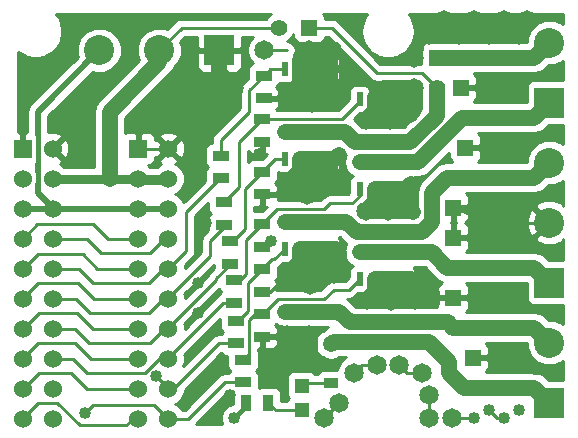
<source format=gtl>
G04 (created by PCBNEW (2013-07-07 BZR 4022)-stable) date 16/12/2013 14:51:33*
%MOIN*%
G04 Gerber Fmt 3.4, Leading zero omitted, Abs format*
%FSLAX34Y34*%
G01*
G70*
G90*
G04 APERTURE LIST*
%ADD10C,0.00590551*%
%ADD11R,0.02X0.045*%
%ADD12R,0.055X0.035*%
%ADD13R,0.06X0.06*%
%ADD14C,0.06*%
%ADD15R,0.1X0.1*%
%ADD16C,0.1*%
%ADD17R,0.05X0.038*%
%ADD18R,0.035X0.055*%
%ADD19R,0.0472X0.0472*%
%ADD20R,0.055X0.055*%
%ADD21C,0.055*%
%ADD22C,0.04*%
%ADD23C,0.065*%
%ADD24C,0.01*%
%ADD25C,0.0154*%
%ADD26C,0.02*%
%ADD27C,0.0544*%
%ADD28C,0.03*%
G04 APERTURE END LIST*
G54D10*
G54D11*
X80225Y-52425D03*
X80225Y-50325D03*
X79725Y-52425D03*
X79225Y-52425D03*
X78725Y-52425D03*
X79725Y-50325D03*
X79225Y-50325D03*
X78725Y-50325D03*
X82725Y-56425D03*
X82725Y-54325D03*
X82225Y-56425D03*
X81725Y-56425D03*
X81225Y-56425D03*
X82225Y-54325D03*
X81725Y-54325D03*
X81225Y-54325D03*
X80225Y-55425D03*
X80225Y-53325D03*
X79725Y-55425D03*
X79225Y-55425D03*
X78725Y-55425D03*
X79725Y-53325D03*
X79225Y-53325D03*
X78725Y-53325D03*
X82725Y-53425D03*
X82725Y-51325D03*
X82225Y-53425D03*
X81725Y-53425D03*
X81225Y-53425D03*
X82225Y-51325D03*
X81725Y-51325D03*
X81225Y-51325D03*
X80225Y-49425D03*
X80225Y-47325D03*
X79725Y-49425D03*
X79225Y-49425D03*
X78725Y-49425D03*
X79725Y-47325D03*
X79225Y-47325D03*
X78725Y-47325D03*
X82725Y-50425D03*
X82725Y-48325D03*
X82225Y-50425D03*
X81725Y-50425D03*
X81225Y-50425D03*
X82225Y-48325D03*
X81725Y-48325D03*
X81225Y-48325D03*
G54D12*
X77975Y-56250D03*
X77975Y-55500D03*
X77975Y-54750D03*
X77975Y-54000D03*
X77975Y-51500D03*
X77975Y-50750D03*
X77975Y-53250D03*
X77975Y-52500D03*
X78025Y-48300D03*
X78025Y-47550D03*
X77975Y-49750D03*
X77975Y-49000D03*
G54D13*
X70000Y-49984D03*
G54D14*
X71000Y-49984D03*
X70000Y-50984D03*
X71000Y-50984D03*
X70000Y-51984D03*
X71000Y-51984D03*
X70000Y-52984D03*
X71000Y-52984D03*
X70000Y-53984D03*
X71000Y-53984D03*
X70000Y-54984D03*
X71000Y-54984D03*
X70000Y-55984D03*
X71000Y-55984D03*
X70000Y-56984D03*
X71000Y-56984D03*
X70000Y-57984D03*
X71000Y-57984D03*
X70000Y-58984D03*
X71000Y-58984D03*
G54D15*
X87550Y-54450D03*
G54D16*
X87550Y-52450D03*
X87550Y-50450D03*
G54D15*
X87550Y-58450D03*
G54D16*
X87550Y-56450D03*
G54D15*
X87550Y-48450D03*
G54D16*
X87550Y-46450D03*
G54D13*
X73850Y-49984D03*
G54D14*
X74850Y-49984D03*
X73850Y-50984D03*
X74850Y-50984D03*
X73850Y-51984D03*
X74850Y-51984D03*
X73850Y-52984D03*
X74850Y-52984D03*
X73850Y-53984D03*
X74850Y-53984D03*
X73850Y-54984D03*
X74850Y-54984D03*
X73850Y-55984D03*
X74850Y-55984D03*
X73850Y-56984D03*
X74850Y-56984D03*
X73850Y-57984D03*
X74850Y-57984D03*
X73850Y-58984D03*
X74850Y-58984D03*
G54D15*
X76550Y-46700D03*
G54D16*
X74550Y-46700D03*
X72550Y-46700D03*
G54D17*
X80290Y-57790D03*
X80290Y-56500D03*
G54D18*
X77425Y-58450D03*
X78175Y-58450D03*
G54D19*
X79300Y-58713D03*
X79300Y-57887D03*
G54D20*
X84600Y-47950D03*
G54D21*
X84600Y-46950D03*
G54D20*
X84750Y-49950D03*
G54D21*
X84750Y-48950D03*
G54D20*
X84350Y-51950D03*
G54D21*
X84350Y-50950D03*
G54D20*
X84350Y-52950D03*
G54D21*
X84350Y-53950D03*
G54D20*
X84350Y-54950D03*
G54D21*
X84350Y-55950D03*
G54D20*
X85000Y-56950D03*
G54D21*
X85000Y-57950D03*
G54D20*
X79550Y-45950D03*
G54D21*
X78550Y-45950D03*
G54D20*
X83800Y-46950D03*
G54D21*
X83800Y-47950D03*
G54D12*
X76600Y-50225D03*
X76600Y-50975D03*
X76700Y-51775D03*
X76700Y-52525D03*
X76900Y-53075D03*
X76900Y-53825D03*
X77050Y-54375D03*
X77050Y-55125D03*
X77100Y-55725D03*
X77100Y-56475D03*
X77350Y-57025D03*
X77350Y-57775D03*
G54D22*
X86550Y-58700D03*
X86050Y-58950D03*
X85550Y-58700D03*
X85050Y-58950D03*
G54D23*
X84300Y-58950D03*
X83550Y-58950D03*
X83550Y-58200D03*
X83300Y-57450D03*
X82550Y-57200D03*
X81800Y-57200D03*
X81050Y-57450D03*
X80550Y-58450D03*
X80050Y-58950D03*
X78050Y-46700D03*
G54D22*
X77050Y-58950D03*
X72060Y-58810D03*
X74450Y-57580D03*
G54D23*
X82225Y-49025D03*
X80375Y-48425D03*
G54D22*
X80850Y-47500D03*
X82900Y-48850D03*
X83000Y-52100D03*
X75850Y-55450D03*
X70050Y-48450D03*
X70050Y-47450D03*
X70550Y-47950D03*
X71050Y-47450D03*
X71550Y-46950D03*
X72300Y-45700D03*
X73050Y-45700D03*
X74800Y-45700D03*
X74050Y-45700D03*
X73550Y-46200D03*
X73550Y-46950D03*
X72550Y-47950D03*
X72050Y-48200D03*
X71550Y-48700D03*
X71800Y-50200D03*
X72050Y-49700D03*
X71800Y-49200D03*
X75050Y-47950D03*
X74550Y-49200D03*
X74050Y-48950D03*
X74550Y-48450D03*
X75050Y-48950D03*
X75550Y-49450D03*
X76450Y-57300D03*
X76100Y-52450D03*
X75850Y-54450D03*
X76450Y-56050D03*
X76900Y-58200D03*
X87800Y-57450D03*
X86800Y-57200D03*
X86550Y-56700D03*
X86300Y-57200D03*
X85800Y-56700D03*
X86550Y-55200D03*
X86050Y-54700D03*
X85550Y-55200D03*
X85050Y-54700D03*
X86800Y-53200D03*
X87550Y-53450D03*
X86550Y-52700D03*
X86050Y-52200D03*
X85050Y-52200D03*
X85550Y-51700D03*
X86550Y-51700D03*
X87550Y-51450D03*
X86300Y-48200D03*
X85800Y-47700D03*
X85300Y-48200D03*
X86050Y-49700D03*
X85550Y-50200D03*
X86050Y-53200D03*
X85550Y-52700D03*
X85050Y-53200D03*
G54D23*
X80375Y-51125D03*
X83050Y-46950D03*
X83550Y-46200D03*
X84050Y-45700D03*
X84550Y-46200D03*
X85050Y-45700D03*
X85550Y-46200D03*
X86050Y-45700D03*
X86550Y-46200D03*
X86800Y-45700D03*
X79550Y-46700D03*
X80300Y-46700D03*
X83050Y-47950D03*
X78550Y-56950D03*
X79300Y-56950D03*
X79550Y-56200D03*
X78800Y-56200D03*
X75550Y-47450D03*
X75550Y-48450D03*
X76050Y-48950D03*
X76550Y-48450D03*
X76050Y-47950D03*
X77050Y-47950D03*
X78925Y-48225D03*
X80375Y-54175D03*
G54D22*
X78275Y-53075D03*
G54D23*
X78925Y-54075D03*
X79475Y-51525D03*
X82275Y-55075D03*
X83075Y-55025D03*
X78775Y-51175D03*
X81425Y-49025D03*
X79575Y-54525D03*
G54D22*
X77875Y-50175D03*
G54D23*
X79625Y-48475D03*
X82175Y-52075D03*
X81475Y-55025D03*
X81425Y-52075D03*
G54D24*
X84300Y-58950D02*
X85050Y-58950D01*
X85800Y-58950D02*
X86050Y-58950D01*
X85550Y-58700D02*
X85800Y-58950D01*
X83550Y-58200D02*
X83550Y-58950D01*
X82800Y-57450D02*
X83300Y-57450D01*
X82550Y-57200D02*
X82800Y-57450D01*
X81300Y-57200D02*
X81800Y-57200D01*
X81050Y-57450D02*
X81300Y-57200D01*
X80050Y-58950D02*
X80550Y-58450D01*
X78800Y-46700D02*
X78050Y-46700D01*
G54D25*
X70500Y-50490D02*
X70500Y-49530D01*
X70460Y-49490D02*
X70500Y-49490D01*
X70500Y-49530D02*
X70460Y-49490D01*
X70500Y-51180D02*
X70500Y-50770D01*
G54D26*
X71000Y-51984D02*
X71000Y-51950D01*
X70500Y-48750D02*
X72550Y-46700D01*
X70500Y-51450D02*
X70500Y-51180D01*
X70500Y-50770D02*
X70500Y-50490D01*
X70500Y-49490D02*
X70500Y-48750D01*
X71000Y-51950D02*
X70500Y-51450D01*
X70000Y-51984D02*
X71000Y-51984D01*
X71000Y-51984D02*
X73850Y-51984D01*
X73850Y-51984D02*
X74850Y-51984D01*
G54D25*
X77425Y-58575D02*
X77425Y-58450D01*
X77050Y-58950D02*
X77425Y-58575D01*
G54D27*
X74550Y-46700D02*
X74550Y-47100D01*
X72900Y-48750D02*
X72900Y-50984D01*
X74550Y-47100D02*
X72900Y-48750D01*
G54D24*
X78550Y-45950D02*
X75300Y-45950D01*
X75300Y-45950D02*
X74550Y-46700D01*
G54D28*
X71000Y-50984D02*
X72900Y-50984D01*
X72900Y-50984D02*
X74500Y-50984D01*
X74050Y-51034D02*
X74600Y-51034D01*
X74600Y-51034D02*
X73850Y-50984D01*
G54D27*
X82725Y-56425D02*
X83525Y-56425D01*
X84700Y-57950D02*
X85000Y-57950D01*
X84200Y-57450D02*
X84700Y-57950D01*
X84200Y-57100D02*
X84200Y-57450D01*
X83525Y-56425D02*
X84200Y-57100D01*
X81225Y-56425D02*
X80365Y-56425D01*
X80365Y-56425D02*
X80290Y-56500D01*
X85000Y-57950D02*
X87050Y-57950D01*
X87050Y-57950D02*
X87550Y-58450D01*
X82225Y-56425D02*
X82725Y-56425D01*
X81225Y-56425D02*
X81725Y-56425D01*
X81725Y-56425D02*
X82225Y-56425D01*
G54D24*
X74850Y-58984D02*
X74834Y-58984D01*
X72340Y-58530D02*
X72060Y-58810D01*
X74380Y-58530D02*
X72340Y-58530D01*
X74834Y-58984D02*
X74380Y-58530D01*
X74850Y-58984D02*
X75516Y-58984D01*
X76725Y-57775D02*
X77350Y-57775D01*
X75516Y-58984D02*
X76725Y-57775D01*
G54D27*
X80225Y-55425D02*
X80544Y-55425D01*
X84180Y-55780D02*
X84350Y-55950D01*
X80900Y-55780D02*
X84180Y-55780D01*
X80544Y-55425D02*
X80900Y-55780D01*
X84350Y-55950D02*
X87050Y-55950D01*
X87050Y-55950D02*
X87550Y-56450D01*
X79725Y-55425D02*
X80225Y-55425D01*
X79225Y-55425D02*
X79725Y-55425D01*
X78725Y-55425D02*
X79225Y-55425D01*
G54D24*
X74850Y-57984D02*
X74850Y-57980D01*
X74850Y-57980D02*
X74450Y-57580D01*
X74850Y-57984D02*
X75016Y-57984D01*
X76525Y-56475D02*
X77100Y-56475D01*
X75016Y-57984D02*
X76525Y-56475D01*
G54D27*
X82725Y-53425D02*
X83625Y-53425D01*
X84150Y-53950D02*
X84350Y-53950D01*
X83625Y-53425D02*
X84150Y-53950D01*
X84350Y-53950D02*
X87050Y-53950D01*
X87050Y-53950D02*
X87550Y-54450D01*
X82225Y-53425D02*
X82725Y-53425D01*
X81225Y-53425D02*
X81725Y-53425D01*
X81725Y-53425D02*
X82225Y-53425D01*
G54D24*
X74850Y-56984D02*
X74850Y-56965D01*
X76690Y-55125D02*
X77050Y-55125D01*
X74850Y-56965D02*
X76690Y-55125D01*
X74850Y-56984D02*
X74546Y-56984D01*
X74546Y-56984D02*
X74080Y-57450D01*
X72150Y-57450D02*
X74080Y-57450D01*
X71000Y-56984D02*
X71684Y-56984D01*
X71684Y-56984D02*
X72150Y-57450D01*
G54D27*
X80349Y-52425D02*
X80775Y-52425D01*
X84150Y-50950D02*
X84350Y-50950D01*
X83650Y-51450D02*
X84150Y-50950D01*
X83650Y-52430D02*
X83650Y-51450D01*
X83300Y-52780D02*
X83650Y-52430D01*
X81130Y-52780D02*
X83300Y-52780D01*
X80775Y-52425D02*
X81130Y-52780D01*
X84350Y-50950D02*
X87050Y-50950D01*
X87050Y-50950D02*
X87550Y-50450D01*
X79725Y-52425D02*
X80349Y-52425D01*
X78725Y-52425D02*
X79225Y-52425D01*
X80349Y-52425D02*
X80225Y-52425D01*
X79225Y-52425D02*
X79725Y-52425D01*
G54D24*
X76900Y-53825D02*
X76900Y-53850D01*
X74816Y-55984D02*
X74850Y-55984D01*
X76450Y-54350D02*
X74816Y-55984D01*
X76450Y-54300D02*
X76450Y-54350D01*
X76900Y-53850D02*
X76450Y-54300D01*
X74850Y-55984D02*
X74716Y-55984D01*
X74716Y-55984D02*
X74250Y-56450D01*
X71000Y-55984D02*
X71734Y-55984D01*
X72200Y-56450D02*
X74250Y-56450D01*
X71734Y-55984D02*
X72200Y-56450D01*
G54D27*
X84750Y-48950D02*
X84654Y-48950D01*
X83179Y-50425D02*
X82725Y-50425D01*
X84654Y-48950D02*
X83179Y-50425D01*
X84750Y-48950D02*
X87050Y-48950D01*
X87050Y-48950D02*
X87550Y-48450D01*
X81725Y-50425D02*
X82225Y-50425D01*
X82225Y-50425D02*
X82725Y-50425D01*
X81225Y-50425D02*
X81725Y-50425D01*
G54D24*
X76700Y-52525D02*
X76700Y-52600D01*
X74816Y-54984D02*
X74850Y-54984D01*
X76250Y-53550D02*
X74816Y-54984D01*
X76250Y-53050D02*
X76250Y-53550D01*
X76700Y-52600D02*
X76250Y-53050D01*
X74850Y-54984D02*
X74666Y-54984D01*
X74666Y-54984D02*
X74200Y-55450D01*
X71000Y-54984D02*
X71784Y-54984D01*
X72250Y-55450D02*
X74200Y-55450D01*
X71784Y-54984D02*
X72250Y-55450D01*
G54D27*
X80225Y-49425D02*
X80725Y-49425D01*
X83800Y-48893D02*
X83800Y-47950D01*
X82912Y-49780D02*
X83800Y-48893D01*
X81080Y-49780D02*
X82912Y-49780D01*
X80725Y-49425D02*
X81080Y-49780D01*
G54D24*
X83800Y-47950D02*
X83300Y-47450D01*
X83300Y-47450D02*
X81800Y-47450D01*
X81800Y-47450D02*
X80300Y-45950D01*
X80300Y-45950D02*
X79550Y-45950D01*
G54D27*
X79725Y-49425D02*
X80225Y-49425D01*
X79225Y-49425D02*
X79725Y-49425D01*
X78725Y-49425D02*
X79225Y-49425D01*
X84600Y-46950D02*
X87050Y-46950D01*
X87050Y-46950D02*
X87550Y-46450D01*
X83800Y-46950D02*
X84600Y-46950D01*
G54D24*
X76600Y-50975D02*
X76575Y-50975D01*
X75450Y-53384D02*
X74850Y-53984D01*
X75450Y-52100D02*
X75450Y-53384D01*
X76575Y-50975D02*
X75450Y-52100D01*
X74850Y-53984D02*
X74666Y-53984D01*
X74666Y-53984D02*
X74200Y-54450D01*
X72350Y-54450D02*
X74200Y-54450D01*
X71000Y-53984D02*
X71884Y-53984D01*
X71884Y-53984D02*
X72350Y-54450D01*
X73850Y-58984D02*
X73666Y-58984D01*
X73666Y-58984D02*
X73450Y-59200D01*
X70000Y-58984D02*
X70000Y-58950D01*
X71900Y-59200D02*
X73450Y-59200D01*
X70000Y-58950D02*
X70500Y-58450D01*
X70500Y-58450D02*
X71150Y-58450D01*
X71150Y-58450D02*
X71900Y-59200D01*
X70000Y-53984D02*
X70016Y-53984D01*
X72000Y-53500D02*
X72484Y-53984D01*
X70500Y-53500D02*
X72000Y-53500D01*
X70016Y-53984D02*
X70500Y-53500D01*
X72484Y-53984D02*
X73850Y-53984D01*
X72134Y-57984D02*
X73850Y-57984D01*
X70000Y-57984D02*
X70016Y-57984D01*
X71600Y-57450D02*
X72134Y-57984D01*
X70550Y-57450D02*
X71600Y-57450D01*
X70016Y-57984D02*
X70550Y-57450D01*
X72284Y-56984D02*
X73850Y-56984D01*
X70000Y-56984D02*
X70000Y-56950D01*
X71750Y-56450D02*
X72284Y-56984D01*
X70500Y-56450D02*
X71750Y-56450D01*
X70000Y-56950D02*
X70500Y-56450D01*
X70000Y-55984D02*
X70016Y-55984D01*
X71800Y-55450D02*
X72334Y-55984D01*
X70550Y-55450D02*
X71800Y-55450D01*
X70016Y-55984D02*
X70550Y-55450D01*
X72334Y-55984D02*
X73850Y-55984D01*
X72384Y-54984D02*
X73850Y-54984D01*
X70000Y-54984D02*
X70000Y-54950D01*
X71850Y-54450D02*
X72384Y-54984D01*
X70500Y-54450D02*
X71850Y-54450D01*
X70000Y-54950D02*
X70500Y-54450D01*
X73850Y-52984D02*
X72834Y-52984D01*
X70484Y-52500D02*
X70000Y-52984D01*
X72350Y-52500D02*
X70484Y-52500D01*
X72834Y-52984D02*
X72350Y-52500D01*
X74850Y-52984D02*
X74716Y-52984D01*
X74716Y-52984D02*
X74250Y-53450D01*
X72600Y-53450D02*
X74250Y-53450D01*
X71000Y-52984D02*
X72134Y-52984D01*
X72134Y-52984D02*
X72600Y-53450D01*
G54D28*
X81725Y-48325D02*
X81725Y-48025D01*
X81725Y-48025D02*
X81650Y-47950D01*
G54D27*
X83050Y-47950D02*
X83050Y-48200D01*
X82225Y-49025D02*
X82225Y-48325D01*
X83050Y-48200D02*
X82225Y-49025D01*
X80225Y-48275D02*
X80375Y-48425D01*
X80225Y-47325D02*
X80225Y-48275D01*
X83050Y-47950D02*
X83050Y-48700D01*
X83050Y-48700D02*
X82900Y-48850D01*
X82950Y-51150D02*
X82950Y-52050D01*
X82725Y-51825D02*
X83000Y-52100D01*
X82725Y-51325D02*
X82725Y-51825D01*
X82775Y-51325D02*
X82950Y-51150D01*
X82725Y-51325D02*
X82775Y-51325D01*
X82950Y-52050D02*
X83000Y-52100D01*
G54D24*
X71800Y-49200D02*
X71800Y-48950D01*
X70550Y-47950D02*
X70050Y-47450D01*
X71550Y-46950D02*
X71050Y-47450D01*
X73050Y-45700D02*
X72300Y-45700D01*
X74050Y-45700D02*
X74800Y-45700D01*
X73550Y-46950D02*
X73550Y-46200D01*
X72300Y-47950D02*
X72550Y-47950D01*
X72050Y-48200D02*
X72300Y-47950D01*
X71800Y-48950D02*
X71550Y-48700D01*
X72050Y-49450D02*
X72050Y-49700D01*
X71800Y-49200D02*
X72050Y-49450D01*
X74550Y-48450D02*
X75050Y-47950D01*
X74550Y-48450D02*
X74050Y-48950D01*
X75550Y-49450D02*
X75050Y-48950D01*
X85000Y-56950D02*
X85550Y-56950D01*
X87050Y-57450D02*
X87800Y-57450D01*
X86800Y-57200D02*
X87050Y-57450D01*
X86550Y-56950D02*
X86550Y-56700D01*
X86300Y-57200D02*
X86550Y-56950D01*
X85550Y-56950D02*
X85800Y-56700D01*
X84350Y-54950D02*
X84800Y-54950D01*
X85550Y-55200D02*
X86050Y-54700D01*
X84800Y-54950D02*
X85050Y-54700D01*
X86550Y-51700D02*
X87300Y-51700D01*
X86550Y-52700D02*
X86050Y-52200D01*
X85050Y-52200D02*
X85550Y-51700D01*
X87300Y-51700D02*
X87550Y-51450D01*
X84600Y-47950D02*
X85050Y-47950D01*
X85800Y-47700D02*
X86300Y-48200D01*
X85050Y-47950D02*
X85300Y-48200D01*
X84750Y-49950D02*
X85300Y-49950D01*
X85300Y-49950D02*
X85550Y-50200D01*
X84350Y-52950D02*
X84800Y-52950D01*
X85550Y-52700D02*
X86050Y-53200D01*
X84800Y-52950D02*
X85050Y-53200D01*
X73850Y-49984D02*
X74850Y-49984D01*
G54D27*
X82725Y-54325D02*
X82925Y-54325D01*
X82925Y-54325D02*
X83050Y-54450D01*
X80225Y-53325D02*
X80425Y-53325D01*
X80425Y-53325D02*
X80550Y-53450D01*
X80225Y-50325D02*
X80425Y-50325D01*
X80425Y-50325D02*
X80550Y-50200D01*
X80225Y-50325D02*
X80225Y-50975D01*
X80225Y-50975D02*
X80375Y-51125D01*
X80225Y-50975D02*
X80375Y-51125D01*
X81725Y-54325D02*
X82725Y-54325D01*
X79225Y-53325D02*
X80225Y-53325D01*
X79225Y-50325D02*
X80225Y-50325D01*
X81725Y-51325D02*
X82725Y-51325D01*
X81725Y-48325D02*
X81725Y-48275D01*
X82050Y-47950D02*
X83050Y-47950D01*
X81725Y-48275D02*
X82050Y-47950D01*
X79225Y-47325D02*
X79225Y-47025D01*
X79225Y-47025D02*
X79550Y-46700D01*
X80225Y-47325D02*
X80225Y-46775D01*
X80225Y-46775D02*
X80300Y-46700D01*
X79725Y-47325D02*
X79725Y-46875D01*
X79725Y-46875D02*
X79550Y-46700D01*
G54D24*
X83050Y-46950D02*
X83300Y-46700D01*
X83300Y-46700D02*
X83300Y-46450D01*
X83300Y-46450D02*
X83550Y-46200D01*
X84050Y-45700D02*
X84550Y-46200D01*
X85050Y-45700D02*
X85550Y-46200D01*
X86050Y-45700D02*
X86550Y-46200D01*
X80300Y-46700D02*
X79550Y-46700D01*
X82800Y-48950D02*
X81550Y-47700D01*
X81550Y-47700D02*
X81050Y-47700D01*
X87550Y-52450D02*
X85800Y-52450D01*
X85800Y-52450D02*
X84350Y-51950D01*
X82725Y-48325D02*
X82225Y-48325D01*
X77975Y-56250D02*
X78750Y-56250D01*
X78050Y-57450D02*
X78050Y-57700D01*
X78550Y-56950D02*
X78050Y-57450D01*
X79300Y-56450D02*
X79300Y-56950D01*
X79550Y-56200D02*
X79300Y-56450D01*
X78750Y-56250D02*
X78800Y-56200D01*
G54D27*
X76550Y-46700D02*
X76550Y-47450D01*
X76050Y-48950D02*
X75550Y-48450D01*
X76050Y-47950D02*
X76550Y-48450D01*
X76550Y-47450D02*
X77050Y-47950D01*
G54D24*
X78025Y-48300D02*
X78850Y-48300D01*
G54D27*
X79225Y-47925D02*
X78925Y-48225D01*
X79225Y-47925D02*
X79225Y-47325D01*
G54D24*
X78850Y-48300D02*
X78925Y-48225D01*
G54D27*
X80225Y-53325D02*
X80225Y-54025D01*
X80225Y-54025D02*
X80375Y-54175D01*
X82225Y-52025D02*
X82175Y-52075D01*
X82225Y-55025D02*
X82275Y-55075D01*
X81725Y-54775D02*
X81475Y-55025D01*
X81725Y-51775D02*
X81425Y-52075D01*
X82725Y-54675D02*
X83075Y-55025D01*
X82725Y-54325D02*
X82725Y-54675D01*
X81725Y-51325D02*
X81725Y-51775D01*
X82225Y-51325D02*
X82225Y-52025D01*
G54D24*
X78250Y-54750D02*
X78925Y-54075D01*
G54D27*
X79725Y-48375D02*
X79625Y-48475D01*
G54D24*
X77975Y-50075D02*
X77875Y-50175D01*
G54D27*
X79725Y-53325D02*
X79725Y-54375D01*
G54D24*
X77975Y-51500D02*
X78450Y-51500D01*
G54D27*
X79725Y-51275D02*
X79475Y-51525D01*
X81725Y-54325D02*
X81725Y-54775D01*
G54D24*
X78100Y-53250D02*
X78275Y-53075D01*
G54D27*
X79225Y-53775D02*
X79225Y-53325D01*
X79725Y-47325D02*
X79725Y-48375D01*
G54D24*
X77975Y-54750D02*
X78250Y-54750D01*
G54D27*
X79725Y-54375D02*
X79575Y-54525D01*
X79225Y-50725D02*
X78775Y-51175D01*
X81725Y-48325D02*
X81725Y-48725D01*
X82225Y-54325D02*
X82225Y-55025D01*
X81725Y-48725D02*
X81425Y-49025D01*
G54D24*
X77975Y-49750D02*
X77975Y-50075D01*
G54D27*
X79225Y-50725D02*
X79225Y-50325D01*
G54D24*
X77975Y-53250D02*
X78100Y-53250D01*
X78450Y-51500D02*
X78775Y-51175D01*
G54D27*
X79725Y-50325D02*
X79725Y-51275D01*
X79225Y-53775D02*
X78925Y-54075D01*
G54D24*
X76600Y-50225D02*
X76600Y-49700D01*
X77550Y-48025D02*
X78025Y-47550D01*
X77550Y-48750D02*
X77550Y-48025D01*
X76600Y-49700D02*
X77550Y-48750D01*
X78725Y-47325D02*
X78250Y-47325D01*
X78250Y-47325D02*
X78025Y-47550D01*
X76900Y-53075D02*
X76995Y-53075D01*
X77405Y-51320D02*
X77975Y-50750D01*
X77405Y-52665D02*
X77405Y-51320D01*
X76995Y-53075D02*
X77405Y-52665D01*
X77975Y-50750D02*
X77850Y-50750D01*
X78725Y-50325D02*
X78400Y-50325D01*
X78400Y-50325D02*
X77975Y-50750D01*
X77050Y-54375D02*
X77225Y-54375D01*
X77450Y-53025D02*
X77975Y-52500D01*
X77450Y-54150D02*
X77450Y-53025D01*
X77225Y-54375D02*
X77450Y-54150D01*
X77975Y-52500D02*
X77900Y-52500D01*
X80975Y-51801D02*
X80249Y-51801D01*
X80049Y-52001D02*
X78474Y-52001D01*
X81225Y-51325D02*
X81225Y-51551D01*
X78474Y-52001D02*
X77975Y-52500D01*
X81225Y-51551D02*
X80975Y-51801D01*
X80249Y-51801D02*
X80049Y-52001D01*
X77100Y-55725D02*
X77175Y-55725D01*
X77500Y-54475D02*
X77975Y-54000D01*
X77500Y-55400D02*
X77500Y-54475D01*
X77175Y-55725D02*
X77500Y-55400D01*
X78300Y-53675D02*
X77975Y-54000D01*
X78725Y-53325D02*
X78375Y-53675D01*
X78375Y-53675D02*
X78300Y-53675D01*
X77975Y-55500D02*
X77750Y-55500D01*
X77540Y-56835D02*
X77350Y-57025D01*
X77540Y-55710D02*
X77540Y-56835D01*
X77750Y-55500D02*
X77540Y-55710D01*
X78000Y-55500D02*
X78499Y-55001D01*
X80860Y-54690D02*
X81225Y-54325D01*
X80360Y-54690D02*
X80860Y-54690D01*
X80049Y-55001D02*
X80360Y-54690D01*
X78499Y-55001D02*
X80049Y-55001D01*
X77975Y-55500D02*
X78000Y-55500D01*
X76700Y-51775D02*
X76700Y-51750D01*
X77200Y-49775D02*
X77975Y-49000D01*
X77200Y-51250D02*
X77200Y-49775D01*
X76700Y-51750D02*
X77200Y-51250D01*
X77975Y-49000D02*
X77900Y-49000D01*
X81225Y-48394D02*
X80625Y-48994D01*
X81225Y-48325D02*
X81225Y-48394D01*
X80625Y-48994D02*
X77981Y-48994D01*
X77981Y-48994D02*
X77975Y-49000D01*
X79300Y-58713D02*
X78438Y-58713D01*
X78438Y-58713D02*
X78175Y-58450D01*
X80290Y-57790D02*
X79397Y-57790D01*
X79397Y-57790D02*
X79300Y-57887D01*
G54D10*
G36*
X76271Y-52150D02*
X76213Y-52208D01*
X76175Y-52300D01*
X76174Y-52399D01*
X76174Y-52700D01*
X76037Y-52837D01*
X75972Y-52935D01*
X75950Y-53050D01*
X75950Y-53425D01*
X75400Y-53975D01*
X75400Y-53875D01*
X75395Y-53863D01*
X75662Y-53596D01*
X75662Y-53596D01*
X75727Y-53498D01*
X75749Y-53384D01*
X75750Y-53384D01*
X75750Y-52224D01*
X76174Y-51799D01*
X76174Y-51999D01*
X76212Y-52091D01*
X76271Y-52150D01*
X76271Y-52150D01*
G37*
G54D24*
X76271Y-52150D02*
X76213Y-52208D01*
X76175Y-52300D01*
X76174Y-52399D01*
X76174Y-52700D01*
X76037Y-52837D01*
X75972Y-52935D01*
X75950Y-53050D01*
X75950Y-53425D01*
X75400Y-53975D01*
X75400Y-53875D01*
X75395Y-53863D01*
X75662Y-53596D01*
X75662Y-53596D01*
X75727Y-53498D01*
X75749Y-53384D01*
X75750Y-53384D01*
X75750Y-52224D01*
X76174Y-51799D01*
X76174Y-51999D01*
X76212Y-52091D01*
X76271Y-52150D01*
G54D10*
G36*
X76374Y-53950D02*
X76237Y-54087D01*
X76172Y-54185D01*
X76168Y-54207D01*
X76168Y-54207D01*
X75400Y-54975D01*
X75400Y-54875D01*
X75385Y-54839D01*
X76374Y-53849D01*
X76374Y-53950D01*
X76374Y-53950D01*
G37*
G54D24*
X76374Y-53950D02*
X76237Y-54087D01*
X76172Y-54185D01*
X76168Y-54207D01*
X76168Y-54207D01*
X75400Y-54975D01*
X75400Y-54875D01*
X75385Y-54839D01*
X76374Y-53849D01*
X76374Y-53950D01*
G54D10*
G36*
X76621Y-54750D02*
X76563Y-54808D01*
X76535Y-54874D01*
X76477Y-54912D01*
X75399Y-55990D01*
X75400Y-55875D01*
X75385Y-55839D01*
X76554Y-54670D01*
X76562Y-54691D01*
X76621Y-54750D01*
X76621Y-54750D01*
G37*
G54D24*
X76621Y-54750D02*
X76563Y-54808D01*
X76535Y-54874D01*
X76477Y-54912D01*
X75399Y-55990D01*
X75400Y-55875D01*
X75385Y-55839D01*
X76554Y-54670D01*
X76562Y-54691D01*
X76621Y-54750D01*
G54D10*
G36*
X76671Y-56100D02*
X76613Y-56158D01*
X76606Y-56175D01*
X76525Y-56175D01*
X76410Y-56197D01*
X76312Y-56262D01*
X75341Y-57234D01*
X75399Y-57093D01*
X75400Y-56875D01*
X75389Y-56849D01*
X76574Y-55664D01*
X76574Y-55949D01*
X76612Y-56041D01*
X76671Y-56100D01*
X76671Y-56100D01*
G37*
G54D24*
X76671Y-56100D02*
X76613Y-56158D01*
X76606Y-56175D01*
X76525Y-56175D01*
X76410Y-56197D01*
X76312Y-56262D01*
X75341Y-57234D01*
X75399Y-57093D01*
X75400Y-56875D01*
X75389Y-56849D01*
X76574Y-55664D01*
X76574Y-55949D01*
X76612Y-56041D01*
X76671Y-56100D01*
G54D10*
G36*
X76921Y-57400D02*
X76863Y-57458D01*
X76856Y-57475D01*
X76725Y-57475D01*
X76610Y-57497D01*
X76512Y-57562D01*
X75391Y-58684D01*
X75321Y-58684D01*
X75316Y-58672D01*
X75161Y-58518D01*
X75080Y-58484D01*
X75161Y-58450D01*
X75315Y-58295D01*
X75399Y-58093D01*
X75399Y-58024D01*
X76622Y-56801D01*
X76683Y-56861D01*
X76775Y-56899D01*
X76824Y-56899D01*
X76824Y-57249D01*
X76862Y-57341D01*
X76921Y-57400D01*
X76921Y-57400D01*
G37*
G54D24*
X76921Y-57400D02*
X76863Y-57458D01*
X76856Y-57475D01*
X76725Y-57475D01*
X76610Y-57497D01*
X76512Y-57562D01*
X75391Y-58684D01*
X75321Y-58684D01*
X75316Y-58672D01*
X75161Y-58518D01*
X75080Y-58484D01*
X75161Y-58450D01*
X75315Y-58295D01*
X75399Y-58093D01*
X75399Y-58024D01*
X76622Y-56801D01*
X76683Y-56861D01*
X76775Y-56899D01*
X76824Y-56899D01*
X76824Y-57249D01*
X76862Y-57341D01*
X76921Y-57400D01*
G54D10*
G36*
X76999Y-58189D02*
X76999Y-58224D01*
X76999Y-58499D01*
X76960Y-58499D01*
X76795Y-58568D01*
X76668Y-58694D01*
X76600Y-58860D01*
X76599Y-59039D01*
X76645Y-59150D01*
X75774Y-59150D01*
X76849Y-58075D01*
X76856Y-58075D01*
X76862Y-58091D01*
X76933Y-58161D01*
X76999Y-58189D01*
X76999Y-58189D01*
G37*
G54D24*
X76999Y-58189D02*
X76999Y-58224D01*
X76999Y-58499D01*
X76960Y-58499D01*
X76795Y-58568D01*
X76668Y-58694D01*
X76600Y-58860D01*
X76599Y-59039D01*
X76645Y-59150D01*
X75774Y-59150D01*
X76849Y-58075D01*
X76856Y-58075D01*
X76862Y-58091D01*
X76933Y-58161D01*
X76999Y-58189D01*
G54D10*
G36*
X77686Y-46250D02*
X77562Y-46373D01*
X77475Y-46585D01*
X77474Y-46813D01*
X77562Y-47025D01*
X77673Y-47136D01*
X77608Y-47162D01*
X77538Y-47233D01*
X77500Y-47325D01*
X77499Y-47424D01*
X77499Y-47650D01*
X77337Y-47812D01*
X77300Y-47869D01*
X77300Y-47150D01*
X77300Y-46812D01*
X77237Y-46750D01*
X76600Y-46750D01*
X76600Y-47387D01*
X76662Y-47450D01*
X77099Y-47450D01*
X77191Y-47412D01*
X77261Y-47341D01*
X77299Y-47249D01*
X77300Y-47150D01*
X77300Y-47869D01*
X77272Y-47910D01*
X77250Y-48025D01*
X77250Y-48625D01*
X76500Y-49375D01*
X76500Y-47387D01*
X76500Y-46750D01*
X75862Y-46750D01*
X75800Y-46812D01*
X75799Y-47150D01*
X75800Y-47249D01*
X75838Y-47341D01*
X75908Y-47412D01*
X76000Y-47450D01*
X76437Y-47450D01*
X76500Y-47387D01*
X76500Y-49375D01*
X76387Y-49487D01*
X76322Y-49585D01*
X76300Y-49700D01*
X76300Y-49799D01*
X76275Y-49799D01*
X76183Y-49837D01*
X76113Y-49908D01*
X76075Y-50000D01*
X76074Y-50099D01*
X76074Y-50449D01*
X76112Y-50541D01*
X76171Y-50600D01*
X76113Y-50658D01*
X76075Y-50750D01*
X76074Y-50849D01*
X76074Y-51050D01*
X75404Y-51720D01*
X75404Y-50065D01*
X75393Y-49847D01*
X75331Y-49696D01*
X75235Y-49668D01*
X75165Y-49739D01*
X75165Y-49598D01*
X75137Y-49502D01*
X74931Y-49429D01*
X74713Y-49440D01*
X74562Y-49502D01*
X74534Y-49598D01*
X74850Y-49913D01*
X75165Y-49598D01*
X75165Y-49739D01*
X74920Y-49984D01*
X75235Y-50299D01*
X75331Y-50271D01*
X75404Y-50065D01*
X75404Y-51720D01*
X75356Y-51769D01*
X75316Y-51672D01*
X75161Y-51518D01*
X75080Y-51484D01*
X75161Y-51450D01*
X75315Y-51295D01*
X75399Y-51093D01*
X75400Y-50875D01*
X75316Y-50672D01*
X75161Y-50518D01*
X75086Y-50486D01*
X75137Y-50465D01*
X75165Y-50369D01*
X74850Y-50054D01*
X74534Y-50369D01*
X74562Y-50465D01*
X74617Y-50484D01*
X74538Y-50517D01*
X74472Y-50584D01*
X74227Y-50584D01*
X74177Y-50533D01*
X74199Y-50533D01*
X74291Y-50495D01*
X74362Y-50425D01*
X74400Y-50333D01*
X74400Y-50280D01*
X74464Y-50299D01*
X74779Y-49984D01*
X74464Y-49668D01*
X74400Y-49687D01*
X74400Y-49634D01*
X74362Y-49542D01*
X74291Y-49472D01*
X74199Y-49434D01*
X74100Y-49433D01*
X73962Y-49434D01*
X73900Y-49496D01*
X73900Y-49934D01*
X73907Y-49934D01*
X73907Y-50034D01*
X73900Y-50034D01*
X73900Y-50041D01*
X73800Y-50041D01*
X73800Y-50034D01*
X73792Y-50034D01*
X73792Y-49934D01*
X73800Y-49934D01*
X73800Y-49496D01*
X73737Y-49434D01*
X73599Y-49433D01*
X73500Y-49434D01*
X73422Y-49466D01*
X73422Y-48966D01*
X74919Y-47469D01*
X75032Y-47299D01*
X75037Y-47272D01*
X75185Y-47125D01*
X75299Y-46849D01*
X75300Y-46551D01*
X75248Y-46425D01*
X75424Y-46250D01*
X75799Y-46250D01*
X75800Y-46587D01*
X75862Y-46650D01*
X76500Y-46650D01*
X76500Y-46642D01*
X76600Y-46642D01*
X76600Y-46650D01*
X77237Y-46650D01*
X77300Y-46587D01*
X77300Y-46250D01*
X77686Y-46250D01*
X77686Y-46250D01*
G37*
G54D24*
X77686Y-46250D02*
X77562Y-46373D01*
X77475Y-46585D01*
X77474Y-46813D01*
X77562Y-47025D01*
X77673Y-47136D01*
X77608Y-47162D01*
X77538Y-47233D01*
X77500Y-47325D01*
X77499Y-47424D01*
X77499Y-47650D01*
X77337Y-47812D01*
X77300Y-47869D01*
X77300Y-47150D01*
X77300Y-46812D01*
X77237Y-46750D01*
X76600Y-46750D01*
X76600Y-47387D01*
X76662Y-47450D01*
X77099Y-47450D01*
X77191Y-47412D01*
X77261Y-47341D01*
X77299Y-47249D01*
X77300Y-47150D01*
X77300Y-47869D01*
X77272Y-47910D01*
X77250Y-48025D01*
X77250Y-48625D01*
X76500Y-49375D01*
X76500Y-47387D01*
X76500Y-46750D01*
X75862Y-46750D01*
X75800Y-46812D01*
X75799Y-47150D01*
X75800Y-47249D01*
X75838Y-47341D01*
X75908Y-47412D01*
X76000Y-47450D01*
X76437Y-47450D01*
X76500Y-47387D01*
X76500Y-49375D01*
X76387Y-49487D01*
X76322Y-49585D01*
X76300Y-49700D01*
X76300Y-49799D01*
X76275Y-49799D01*
X76183Y-49837D01*
X76113Y-49908D01*
X76075Y-50000D01*
X76074Y-50099D01*
X76074Y-50449D01*
X76112Y-50541D01*
X76171Y-50600D01*
X76113Y-50658D01*
X76075Y-50750D01*
X76074Y-50849D01*
X76074Y-51050D01*
X75404Y-51720D01*
X75404Y-50065D01*
X75393Y-49847D01*
X75331Y-49696D01*
X75235Y-49668D01*
X75165Y-49739D01*
X75165Y-49598D01*
X75137Y-49502D01*
X74931Y-49429D01*
X74713Y-49440D01*
X74562Y-49502D01*
X74534Y-49598D01*
X74850Y-49913D01*
X75165Y-49598D01*
X75165Y-49739D01*
X74920Y-49984D01*
X75235Y-50299D01*
X75331Y-50271D01*
X75404Y-50065D01*
X75404Y-51720D01*
X75356Y-51769D01*
X75316Y-51672D01*
X75161Y-51518D01*
X75080Y-51484D01*
X75161Y-51450D01*
X75315Y-51295D01*
X75399Y-51093D01*
X75400Y-50875D01*
X75316Y-50672D01*
X75161Y-50518D01*
X75086Y-50486D01*
X75137Y-50465D01*
X75165Y-50369D01*
X74850Y-50054D01*
X74534Y-50369D01*
X74562Y-50465D01*
X74617Y-50484D01*
X74538Y-50517D01*
X74472Y-50584D01*
X74227Y-50584D01*
X74177Y-50533D01*
X74199Y-50533D01*
X74291Y-50495D01*
X74362Y-50425D01*
X74400Y-50333D01*
X74400Y-50280D01*
X74464Y-50299D01*
X74779Y-49984D01*
X74464Y-49668D01*
X74400Y-49687D01*
X74400Y-49634D01*
X74362Y-49542D01*
X74291Y-49472D01*
X74199Y-49434D01*
X74100Y-49433D01*
X73962Y-49434D01*
X73900Y-49496D01*
X73900Y-49934D01*
X73907Y-49934D01*
X73907Y-50034D01*
X73900Y-50034D01*
X73900Y-50041D01*
X73800Y-50041D01*
X73800Y-50034D01*
X73792Y-50034D01*
X73792Y-49934D01*
X73800Y-49934D01*
X73800Y-49496D01*
X73737Y-49434D01*
X73599Y-49433D01*
X73500Y-49434D01*
X73422Y-49466D01*
X73422Y-48966D01*
X74919Y-47469D01*
X75032Y-47299D01*
X75037Y-47272D01*
X75185Y-47125D01*
X75299Y-46849D01*
X75300Y-46551D01*
X75248Y-46425D01*
X75424Y-46250D01*
X75799Y-46250D01*
X75800Y-46587D01*
X75862Y-46650D01*
X76500Y-46650D01*
X76500Y-46642D01*
X76600Y-46642D01*
X76600Y-46650D01*
X77237Y-46650D01*
X77300Y-46587D01*
X77300Y-46250D01*
X77686Y-46250D01*
G54D10*
G36*
X78032Y-53300D02*
X78025Y-53300D01*
X78025Y-53307D01*
X77925Y-53307D01*
X77925Y-53300D01*
X77917Y-53300D01*
X77917Y-53200D01*
X77925Y-53200D01*
X77925Y-53192D01*
X78025Y-53192D01*
X78025Y-53200D01*
X78032Y-53200D01*
X78032Y-53300D01*
X78032Y-53300D01*
G37*
G54D24*
X78032Y-53300D02*
X78025Y-53300D01*
X78025Y-53307D01*
X77925Y-53307D01*
X77925Y-53300D01*
X77917Y-53300D01*
X77917Y-53200D01*
X77925Y-53200D01*
X77925Y-53192D01*
X78025Y-53192D01*
X78025Y-53200D01*
X78032Y-53200D01*
X78032Y-53300D01*
G54D10*
G36*
X78032Y-54800D02*
X78025Y-54800D01*
X78025Y-54807D01*
X77925Y-54807D01*
X77925Y-54800D01*
X77917Y-54800D01*
X77917Y-54700D01*
X77925Y-54700D01*
X77925Y-54692D01*
X78025Y-54692D01*
X78025Y-54700D01*
X78032Y-54700D01*
X78032Y-54800D01*
X78032Y-54800D01*
G37*
G54D24*
X78032Y-54800D02*
X78025Y-54800D01*
X78025Y-54807D01*
X77925Y-54807D01*
X77925Y-54800D01*
X77917Y-54800D01*
X77917Y-54700D01*
X77925Y-54700D01*
X77925Y-54692D01*
X78025Y-54692D01*
X78025Y-54700D01*
X78032Y-54700D01*
X78032Y-54800D01*
G54D10*
G36*
X78125Y-50175D02*
X77975Y-50324D01*
X77650Y-50324D01*
X77558Y-50362D01*
X77500Y-50421D01*
X77500Y-50078D01*
X77558Y-50136D01*
X77650Y-50174D01*
X77749Y-50175D01*
X77862Y-50175D01*
X77925Y-50112D01*
X77925Y-49800D01*
X77917Y-49800D01*
X77917Y-49700D01*
X77925Y-49700D01*
X77925Y-49692D01*
X78025Y-49692D01*
X78025Y-49700D01*
X78032Y-49700D01*
X78032Y-49800D01*
X78025Y-49800D01*
X78025Y-50112D01*
X78087Y-50175D01*
X78125Y-50175D01*
X78125Y-50175D01*
G37*
G54D24*
X78125Y-50175D02*
X77975Y-50324D01*
X77650Y-50324D01*
X77558Y-50362D01*
X77500Y-50421D01*
X77500Y-50078D01*
X77558Y-50136D01*
X77650Y-50174D01*
X77749Y-50175D01*
X77862Y-50175D01*
X77925Y-50112D01*
X77925Y-49800D01*
X77917Y-49800D01*
X77917Y-49700D01*
X77925Y-49700D01*
X77925Y-49692D01*
X78025Y-49692D01*
X78025Y-49700D01*
X78032Y-49700D01*
X78032Y-49800D01*
X78025Y-49800D01*
X78025Y-50112D01*
X78087Y-50175D01*
X78125Y-50175D01*
G54D10*
G36*
X78264Y-45500D02*
X78253Y-45504D01*
X78107Y-45650D01*
X75300Y-45650D01*
X75185Y-45672D01*
X75087Y-45737D01*
X74824Y-46001D01*
X74699Y-45950D01*
X74401Y-45949D01*
X74125Y-46063D01*
X73914Y-46274D01*
X73800Y-46550D01*
X73799Y-46848D01*
X73876Y-47034D01*
X72530Y-48380D01*
X72417Y-48550D01*
X72378Y-48750D01*
X72378Y-50584D01*
X71554Y-50584D01*
X71554Y-50065D01*
X71543Y-49847D01*
X71481Y-49696D01*
X71385Y-49668D01*
X71070Y-49984D01*
X71385Y-50299D01*
X71481Y-50271D01*
X71554Y-50065D01*
X71554Y-50584D01*
X71377Y-50584D01*
X71311Y-50518D01*
X71236Y-50486D01*
X71287Y-50465D01*
X71315Y-50369D01*
X71000Y-50054D01*
X70994Y-50060D01*
X70923Y-49989D01*
X70929Y-49984D01*
X70923Y-49978D01*
X70994Y-49907D01*
X71000Y-49913D01*
X71315Y-49598D01*
X71287Y-49502D01*
X71081Y-49429D01*
X70863Y-49440D01*
X70850Y-49445D01*
X70850Y-48894D01*
X72325Y-47419D01*
X72400Y-47449D01*
X72698Y-47450D01*
X72974Y-47336D01*
X73185Y-47125D01*
X73299Y-46849D01*
X73300Y-46551D01*
X73186Y-46275D01*
X72975Y-46064D01*
X72699Y-45950D01*
X72401Y-45949D01*
X72125Y-46063D01*
X71914Y-46274D01*
X71800Y-46550D01*
X71799Y-46848D01*
X71831Y-46923D01*
X70252Y-48502D01*
X70176Y-48616D01*
X70150Y-48750D01*
X70150Y-49404D01*
X70144Y-49433D01*
X70112Y-49434D01*
X70050Y-49496D01*
X70050Y-49934D01*
X70057Y-49934D01*
X70057Y-50034D01*
X70050Y-50034D01*
X70050Y-50041D01*
X69950Y-50041D01*
X69950Y-50034D01*
X69942Y-50034D01*
X69942Y-49934D01*
X69950Y-49934D01*
X69950Y-49496D01*
X69887Y-49434D01*
X69850Y-49433D01*
X69850Y-46759D01*
X70027Y-46877D01*
X70028Y-46878D01*
X70136Y-46923D01*
X70366Y-46969D01*
X70483Y-46969D01*
X70484Y-46969D01*
X70711Y-46923D01*
X70712Y-46923D01*
X70821Y-46878D01*
X71015Y-46749D01*
X71098Y-46666D01*
X71099Y-46665D01*
X71227Y-46472D01*
X71228Y-46471D01*
X71273Y-46363D01*
X71319Y-46133D01*
X71319Y-46133D01*
X71319Y-46133D01*
X71319Y-46075D01*
X71319Y-46016D01*
X71319Y-46016D01*
X71319Y-46016D01*
X71273Y-45786D01*
X71228Y-45678D01*
X71227Y-45677D01*
X71109Y-45500D01*
X78264Y-45500D01*
X78264Y-45500D01*
G37*
G54D24*
X78264Y-45500D02*
X78253Y-45504D01*
X78107Y-45650D01*
X75300Y-45650D01*
X75185Y-45672D01*
X75087Y-45737D01*
X74824Y-46001D01*
X74699Y-45950D01*
X74401Y-45949D01*
X74125Y-46063D01*
X73914Y-46274D01*
X73800Y-46550D01*
X73799Y-46848D01*
X73876Y-47034D01*
X72530Y-48380D01*
X72417Y-48550D01*
X72378Y-48750D01*
X72378Y-50584D01*
X71554Y-50584D01*
X71554Y-50065D01*
X71543Y-49847D01*
X71481Y-49696D01*
X71385Y-49668D01*
X71070Y-49984D01*
X71385Y-50299D01*
X71481Y-50271D01*
X71554Y-50065D01*
X71554Y-50584D01*
X71377Y-50584D01*
X71311Y-50518D01*
X71236Y-50486D01*
X71287Y-50465D01*
X71315Y-50369D01*
X71000Y-50054D01*
X70994Y-50060D01*
X70923Y-49989D01*
X70929Y-49984D01*
X70923Y-49978D01*
X70994Y-49907D01*
X71000Y-49913D01*
X71315Y-49598D01*
X71287Y-49502D01*
X71081Y-49429D01*
X70863Y-49440D01*
X70850Y-49445D01*
X70850Y-48894D01*
X72325Y-47419D01*
X72400Y-47449D01*
X72698Y-47450D01*
X72974Y-47336D01*
X73185Y-47125D01*
X73299Y-46849D01*
X73300Y-46551D01*
X73186Y-46275D01*
X72975Y-46064D01*
X72699Y-45950D01*
X72401Y-45949D01*
X72125Y-46063D01*
X71914Y-46274D01*
X71800Y-46550D01*
X71799Y-46848D01*
X71831Y-46923D01*
X70252Y-48502D01*
X70176Y-48616D01*
X70150Y-48750D01*
X70150Y-49404D01*
X70144Y-49433D01*
X70112Y-49434D01*
X70050Y-49496D01*
X70050Y-49934D01*
X70057Y-49934D01*
X70057Y-50034D01*
X70050Y-50034D01*
X70050Y-50041D01*
X69950Y-50041D01*
X69950Y-50034D01*
X69942Y-50034D01*
X69942Y-49934D01*
X69950Y-49934D01*
X69950Y-49496D01*
X69887Y-49434D01*
X69850Y-49433D01*
X69850Y-46759D01*
X70027Y-46877D01*
X70028Y-46878D01*
X70136Y-46923D01*
X70366Y-46969D01*
X70483Y-46969D01*
X70484Y-46969D01*
X70711Y-46923D01*
X70712Y-46923D01*
X70821Y-46878D01*
X71015Y-46749D01*
X71098Y-46666D01*
X71099Y-46665D01*
X71227Y-46472D01*
X71228Y-46471D01*
X71273Y-46363D01*
X71319Y-46133D01*
X71319Y-46133D01*
X71319Y-46133D01*
X71319Y-46075D01*
X71319Y-46016D01*
X71319Y-46016D01*
X71319Y-46016D01*
X71273Y-45786D01*
X71228Y-45678D01*
X71227Y-45677D01*
X71109Y-45500D01*
X78264Y-45500D01*
G54D10*
G36*
X80761Y-56947D02*
X80724Y-56962D01*
X80562Y-57123D01*
X80475Y-57335D01*
X80475Y-57349D01*
X79990Y-57349D01*
X79898Y-57387D01*
X79828Y-57458D01*
X79814Y-57490D01*
X79728Y-57490D01*
X79677Y-57439D01*
X79585Y-57401D01*
X79486Y-57400D01*
X79014Y-57400D01*
X78922Y-57438D01*
X78852Y-57509D01*
X78814Y-57601D01*
X78813Y-57700D01*
X78813Y-58172D01*
X78851Y-58264D01*
X78887Y-58300D01*
X78852Y-58335D01*
X78819Y-58413D01*
X78600Y-58413D01*
X78600Y-58125D01*
X78562Y-58033D01*
X78500Y-57971D01*
X78500Y-56474D01*
X78500Y-56362D01*
X78437Y-56300D01*
X78025Y-56300D01*
X78025Y-56612D01*
X78087Y-56675D01*
X78200Y-56675D01*
X78299Y-56674D01*
X78391Y-56636D01*
X78462Y-56566D01*
X78500Y-56474D01*
X78500Y-57971D01*
X78491Y-57963D01*
X78399Y-57925D01*
X78300Y-57924D01*
X77950Y-57924D01*
X77874Y-57956D01*
X77875Y-57900D01*
X77875Y-57550D01*
X77837Y-57458D01*
X77778Y-57399D01*
X77836Y-57341D01*
X77874Y-57249D01*
X77875Y-57150D01*
X77875Y-56800D01*
X77840Y-56715D01*
X77840Y-56675D01*
X77862Y-56675D01*
X77925Y-56612D01*
X77925Y-56300D01*
X77917Y-56300D01*
X77917Y-56200D01*
X77925Y-56200D01*
X77925Y-56192D01*
X78025Y-56192D01*
X78025Y-56200D01*
X78437Y-56200D01*
X78500Y-56137D01*
X78500Y-56025D01*
X78462Y-55933D01*
X78403Y-55874D01*
X78432Y-55845D01*
X78525Y-55907D01*
X78725Y-55947D01*
X79225Y-55947D01*
X79725Y-55947D01*
X80158Y-55947D01*
X79995Y-56055D01*
X79995Y-56055D01*
X79991Y-56059D01*
X79990Y-56059D01*
X79898Y-56097D01*
X79828Y-56168D01*
X79790Y-56260D01*
X79789Y-56359D01*
X79789Y-56389D01*
X79768Y-56500D01*
X79789Y-56610D01*
X79789Y-56739D01*
X79827Y-56831D01*
X79898Y-56901D01*
X79990Y-56939D01*
X80026Y-56939D01*
X80090Y-56982D01*
X80290Y-57022D01*
X80489Y-56982D01*
X80542Y-56947D01*
X80761Y-56947D01*
X80761Y-56947D01*
G37*
G54D24*
X80761Y-56947D02*
X80724Y-56962D01*
X80562Y-57123D01*
X80475Y-57335D01*
X80475Y-57349D01*
X79990Y-57349D01*
X79898Y-57387D01*
X79828Y-57458D01*
X79814Y-57490D01*
X79728Y-57490D01*
X79677Y-57439D01*
X79585Y-57401D01*
X79486Y-57400D01*
X79014Y-57400D01*
X78922Y-57438D01*
X78852Y-57509D01*
X78814Y-57601D01*
X78813Y-57700D01*
X78813Y-58172D01*
X78851Y-58264D01*
X78887Y-58300D01*
X78852Y-58335D01*
X78819Y-58413D01*
X78600Y-58413D01*
X78600Y-58125D01*
X78562Y-58033D01*
X78500Y-57971D01*
X78500Y-56474D01*
X78500Y-56362D01*
X78437Y-56300D01*
X78025Y-56300D01*
X78025Y-56612D01*
X78087Y-56675D01*
X78200Y-56675D01*
X78299Y-56674D01*
X78391Y-56636D01*
X78462Y-56566D01*
X78500Y-56474D01*
X78500Y-57971D01*
X78491Y-57963D01*
X78399Y-57925D01*
X78300Y-57924D01*
X77950Y-57924D01*
X77874Y-57956D01*
X77875Y-57900D01*
X77875Y-57550D01*
X77837Y-57458D01*
X77778Y-57399D01*
X77836Y-57341D01*
X77874Y-57249D01*
X77875Y-57150D01*
X77875Y-56800D01*
X77840Y-56715D01*
X77840Y-56675D01*
X77862Y-56675D01*
X77925Y-56612D01*
X77925Y-56300D01*
X77917Y-56300D01*
X77917Y-56200D01*
X77925Y-56200D01*
X77925Y-56192D01*
X78025Y-56192D01*
X78025Y-56200D01*
X78437Y-56200D01*
X78500Y-56137D01*
X78500Y-56025D01*
X78462Y-55933D01*
X78403Y-55874D01*
X78432Y-55845D01*
X78525Y-55907D01*
X78725Y-55947D01*
X79225Y-55947D01*
X79725Y-55947D01*
X80158Y-55947D01*
X79995Y-56055D01*
X79995Y-56055D01*
X79991Y-56059D01*
X79990Y-56059D01*
X79898Y-56097D01*
X79828Y-56168D01*
X79790Y-56260D01*
X79789Y-56359D01*
X79789Y-56389D01*
X79768Y-56500D01*
X79789Y-56610D01*
X79789Y-56739D01*
X79827Y-56831D01*
X79898Y-56901D01*
X79990Y-56939D01*
X80026Y-56939D01*
X80090Y-56982D01*
X80290Y-57022D01*
X80489Y-56982D01*
X80542Y-56947D01*
X80761Y-56947D01*
G54D10*
G36*
X80991Y-50884D02*
X80983Y-50887D01*
X80913Y-50958D01*
X80875Y-51050D01*
X80874Y-51149D01*
X80874Y-51476D01*
X80850Y-51501D01*
X80575Y-51501D01*
X80575Y-50500D01*
X80575Y-50437D01*
X80512Y-50375D01*
X80275Y-50375D01*
X80275Y-50737D01*
X80337Y-50800D01*
X80374Y-50800D01*
X80466Y-50762D01*
X80536Y-50691D01*
X80574Y-50599D01*
X80575Y-50500D01*
X80575Y-51501D01*
X80249Y-51501D01*
X80175Y-51515D01*
X80175Y-50737D01*
X80175Y-50375D01*
X80012Y-50375D01*
X79937Y-50375D01*
X79775Y-50375D01*
X79775Y-50737D01*
X79837Y-50800D01*
X79874Y-50800D01*
X79966Y-50762D01*
X79975Y-50753D01*
X79983Y-50762D01*
X80075Y-50800D01*
X80112Y-50800D01*
X80175Y-50737D01*
X80175Y-51515D01*
X80134Y-51523D01*
X80036Y-51588D01*
X79924Y-51701D01*
X79675Y-51701D01*
X79675Y-50737D01*
X79675Y-50375D01*
X79512Y-50375D01*
X79437Y-50375D01*
X79275Y-50375D01*
X79275Y-50737D01*
X79337Y-50800D01*
X79374Y-50800D01*
X79466Y-50762D01*
X79475Y-50753D01*
X79483Y-50762D01*
X79575Y-50800D01*
X79612Y-50800D01*
X79675Y-50737D01*
X79675Y-51701D01*
X78500Y-51701D01*
X78500Y-51612D01*
X78437Y-51550D01*
X78025Y-51550D01*
X78025Y-51862D01*
X78087Y-51925D01*
X78125Y-51925D01*
X77975Y-52074D01*
X77705Y-52074D01*
X77705Y-51925D01*
X77749Y-51925D01*
X77862Y-51925D01*
X77925Y-51862D01*
X77925Y-51550D01*
X77917Y-51550D01*
X77917Y-51450D01*
X77925Y-51450D01*
X77925Y-51442D01*
X78025Y-51442D01*
X78025Y-51450D01*
X78437Y-51450D01*
X78500Y-51387D01*
X78500Y-51275D01*
X78462Y-51183D01*
X78403Y-51124D01*
X78461Y-51066D01*
X78499Y-50974D01*
X78500Y-50875D01*
X78500Y-50768D01*
X78575Y-50799D01*
X78674Y-50800D01*
X78874Y-50800D01*
X78966Y-50762D01*
X78975Y-50753D01*
X78983Y-50762D01*
X79075Y-50800D01*
X79112Y-50800D01*
X79175Y-50737D01*
X79175Y-50375D01*
X79167Y-50375D01*
X79167Y-50275D01*
X79175Y-50275D01*
X79175Y-50267D01*
X79275Y-50267D01*
X79275Y-50275D01*
X79437Y-50275D01*
X79512Y-50275D01*
X79675Y-50275D01*
X79675Y-50267D01*
X79775Y-50267D01*
X79775Y-50275D01*
X79937Y-50275D01*
X80012Y-50275D01*
X80175Y-50275D01*
X80175Y-50267D01*
X80275Y-50267D01*
X80275Y-50275D01*
X80512Y-50275D01*
X80575Y-50212D01*
X80575Y-50149D01*
X80574Y-50050D01*
X80548Y-49986D01*
X80711Y-50150D01*
X80711Y-50150D01*
X80767Y-50187D01*
X80742Y-50225D01*
X80703Y-50425D01*
X80742Y-50624D01*
X80855Y-50794D01*
X80991Y-50884D01*
X80991Y-50884D01*
G37*
G54D24*
X80991Y-50884D02*
X80983Y-50887D01*
X80913Y-50958D01*
X80875Y-51050D01*
X80874Y-51149D01*
X80874Y-51476D01*
X80850Y-51501D01*
X80575Y-51501D01*
X80575Y-50500D01*
X80575Y-50437D01*
X80512Y-50375D01*
X80275Y-50375D01*
X80275Y-50737D01*
X80337Y-50800D01*
X80374Y-50800D01*
X80466Y-50762D01*
X80536Y-50691D01*
X80574Y-50599D01*
X80575Y-50500D01*
X80575Y-51501D01*
X80249Y-51501D01*
X80175Y-51515D01*
X80175Y-50737D01*
X80175Y-50375D01*
X80012Y-50375D01*
X79937Y-50375D01*
X79775Y-50375D01*
X79775Y-50737D01*
X79837Y-50800D01*
X79874Y-50800D01*
X79966Y-50762D01*
X79975Y-50753D01*
X79983Y-50762D01*
X80075Y-50800D01*
X80112Y-50800D01*
X80175Y-50737D01*
X80175Y-51515D01*
X80134Y-51523D01*
X80036Y-51588D01*
X79924Y-51701D01*
X79675Y-51701D01*
X79675Y-50737D01*
X79675Y-50375D01*
X79512Y-50375D01*
X79437Y-50375D01*
X79275Y-50375D01*
X79275Y-50737D01*
X79337Y-50800D01*
X79374Y-50800D01*
X79466Y-50762D01*
X79475Y-50753D01*
X79483Y-50762D01*
X79575Y-50800D01*
X79612Y-50800D01*
X79675Y-50737D01*
X79675Y-51701D01*
X78500Y-51701D01*
X78500Y-51612D01*
X78437Y-51550D01*
X78025Y-51550D01*
X78025Y-51862D01*
X78087Y-51925D01*
X78125Y-51925D01*
X77975Y-52074D01*
X77705Y-52074D01*
X77705Y-51925D01*
X77749Y-51925D01*
X77862Y-51925D01*
X77925Y-51862D01*
X77925Y-51550D01*
X77917Y-51550D01*
X77917Y-51450D01*
X77925Y-51450D01*
X77925Y-51442D01*
X78025Y-51442D01*
X78025Y-51450D01*
X78437Y-51450D01*
X78500Y-51387D01*
X78500Y-51275D01*
X78462Y-51183D01*
X78403Y-51124D01*
X78461Y-51066D01*
X78499Y-50974D01*
X78500Y-50875D01*
X78500Y-50768D01*
X78575Y-50799D01*
X78674Y-50800D01*
X78874Y-50800D01*
X78966Y-50762D01*
X78975Y-50753D01*
X78983Y-50762D01*
X79075Y-50800D01*
X79112Y-50800D01*
X79175Y-50737D01*
X79175Y-50375D01*
X79167Y-50375D01*
X79167Y-50275D01*
X79175Y-50275D01*
X79175Y-50267D01*
X79275Y-50267D01*
X79275Y-50275D01*
X79437Y-50275D01*
X79512Y-50275D01*
X79675Y-50275D01*
X79675Y-50267D01*
X79775Y-50267D01*
X79775Y-50275D01*
X79937Y-50275D01*
X80012Y-50275D01*
X80175Y-50275D01*
X80175Y-50267D01*
X80275Y-50267D01*
X80275Y-50275D01*
X80512Y-50275D01*
X80575Y-50212D01*
X80575Y-50149D01*
X80574Y-50050D01*
X80548Y-49986D01*
X80711Y-50150D01*
X80711Y-50150D01*
X80767Y-50187D01*
X80742Y-50225D01*
X80703Y-50425D01*
X80742Y-50624D01*
X80855Y-50794D01*
X80991Y-50884D01*
G54D10*
G36*
X80991Y-53884D02*
X80983Y-53887D01*
X80913Y-53958D01*
X80875Y-54050D01*
X80874Y-54149D01*
X80874Y-54250D01*
X80735Y-54390D01*
X80575Y-54390D01*
X80575Y-53500D01*
X80575Y-53437D01*
X80512Y-53375D01*
X80275Y-53375D01*
X80275Y-53737D01*
X80337Y-53800D01*
X80374Y-53800D01*
X80466Y-53762D01*
X80536Y-53691D01*
X80574Y-53599D01*
X80575Y-53500D01*
X80575Y-54390D01*
X80360Y-54390D01*
X80245Y-54412D01*
X80175Y-54459D01*
X80175Y-53737D01*
X80175Y-53375D01*
X80012Y-53375D01*
X79937Y-53375D01*
X79775Y-53375D01*
X79775Y-53737D01*
X79837Y-53800D01*
X79874Y-53800D01*
X79966Y-53762D01*
X79975Y-53753D01*
X79983Y-53762D01*
X80075Y-53800D01*
X80112Y-53800D01*
X80175Y-53737D01*
X80175Y-54459D01*
X80147Y-54477D01*
X79924Y-54701D01*
X79675Y-54701D01*
X79675Y-53737D01*
X79675Y-53375D01*
X79512Y-53375D01*
X79437Y-53375D01*
X79275Y-53375D01*
X79275Y-53737D01*
X79337Y-53800D01*
X79374Y-53800D01*
X79466Y-53762D01*
X79475Y-53753D01*
X79483Y-53762D01*
X79575Y-53800D01*
X79612Y-53800D01*
X79675Y-53737D01*
X79675Y-54701D01*
X78500Y-54701D01*
X78500Y-54699D01*
X78437Y-54699D01*
X78500Y-54637D01*
X78500Y-54525D01*
X78462Y-54433D01*
X78403Y-54374D01*
X78461Y-54316D01*
X78499Y-54224D01*
X78500Y-54125D01*
X78500Y-53945D01*
X78587Y-53887D01*
X78674Y-53800D01*
X78674Y-53800D01*
X78874Y-53800D01*
X78966Y-53762D01*
X78975Y-53753D01*
X78983Y-53762D01*
X79075Y-53800D01*
X79112Y-53800D01*
X79175Y-53737D01*
X79175Y-53375D01*
X79167Y-53375D01*
X79167Y-53275D01*
X79175Y-53275D01*
X79175Y-53267D01*
X79275Y-53267D01*
X79275Y-53275D01*
X79437Y-53275D01*
X79512Y-53275D01*
X79675Y-53275D01*
X79675Y-53267D01*
X79775Y-53267D01*
X79775Y-53275D01*
X79937Y-53275D01*
X80012Y-53275D01*
X80175Y-53275D01*
X80175Y-53267D01*
X80275Y-53267D01*
X80275Y-53275D01*
X80512Y-53275D01*
X80575Y-53212D01*
X80575Y-53149D01*
X80574Y-53050D01*
X80536Y-52958D01*
X80525Y-52947D01*
X80558Y-52947D01*
X80761Y-53150D01*
X80761Y-53150D01*
X80783Y-53164D01*
X80783Y-53164D01*
X80742Y-53225D01*
X80703Y-53425D01*
X80742Y-53624D01*
X80855Y-53794D01*
X80991Y-53884D01*
X80991Y-53884D01*
G37*
G54D24*
X80991Y-53884D02*
X80983Y-53887D01*
X80913Y-53958D01*
X80875Y-54050D01*
X80874Y-54149D01*
X80874Y-54250D01*
X80735Y-54390D01*
X80575Y-54390D01*
X80575Y-53500D01*
X80575Y-53437D01*
X80512Y-53375D01*
X80275Y-53375D01*
X80275Y-53737D01*
X80337Y-53800D01*
X80374Y-53800D01*
X80466Y-53762D01*
X80536Y-53691D01*
X80574Y-53599D01*
X80575Y-53500D01*
X80575Y-54390D01*
X80360Y-54390D01*
X80245Y-54412D01*
X80175Y-54459D01*
X80175Y-53737D01*
X80175Y-53375D01*
X80012Y-53375D01*
X79937Y-53375D01*
X79775Y-53375D01*
X79775Y-53737D01*
X79837Y-53800D01*
X79874Y-53800D01*
X79966Y-53762D01*
X79975Y-53753D01*
X79983Y-53762D01*
X80075Y-53800D01*
X80112Y-53800D01*
X80175Y-53737D01*
X80175Y-54459D01*
X80147Y-54477D01*
X79924Y-54701D01*
X79675Y-54701D01*
X79675Y-53737D01*
X79675Y-53375D01*
X79512Y-53375D01*
X79437Y-53375D01*
X79275Y-53375D01*
X79275Y-53737D01*
X79337Y-53800D01*
X79374Y-53800D01*
X79466Y-53762D01*
X79475Y-53753D01*
X79483Y-53762D01*
X79575Y-53800D01*
X79612Y-53800D01*
X79675Y-53737D01*
X79675Y-54701D01*
X78500Y-54701D01*
X78500Y-54699D01*
X78437Y-54699D01*
X78500Y-54637D01*
X78500Y-54525D01*
X78462Y-54433D01*
X78403Y-54374D01*
X78461Y-54316D01*
X78499Y-54224D01*
X78500Y-54125D01*
X78500Y-53945D01*
X78587Y-53887D01*
X78674Y-53800D01*
X78674Y-53800D01*
X78874Y-53800D01*
X78966Y-53762D01*
X78975Y-53753D01*
X78983Y-53762D01*
X79075Y-53800D01*
X79112Y-53800D01*
X79175Y-53737D01*
X79175Y-53375D01*
X79167Y-53375D01*
X79167Y-53275D01*
X79175Y-53275D01*
X79175Y-53267D01*
X79275Y-53267D01*
X79275Y-53275D01*
X79437Y-53275D01*
X79512Y-53275D01*
X79675Y-53275D01*
X79675Y-53267D01*
X79775Y-53267D01*
X79775Y-53275D01*
X79937Y-53275D01*
X80012Y-53275D01*
X80175Y-53275D01*
X80175Y-53267D01*
X80275Y-53267D01*
X80275Y-53275D01*
X80512Y-53275D01*
X80575Y-53212D01*
X80575Y-53149D01*
X80574Y-53050D01*
X80536Y-52958D01*
X80525Y-52947D01*
X80558Y-52947D01*
X80761Y-53150D01*
X80761Y-53150D01*
X80783Y-53164D01*
X80783Y-53164D01*
X80742Y-53225D01*
X80703Y-53425D01*
X80742Y-53624D01*
X80855Y-53794D01*
X80991Y-53884D01*
G54D10*
G36*
X83278Y-48677D02*
X83075Y-48880D01*
X83075Y-48500D01*
X83075Y-48149D01*
X83074Y-48050D01*
X83036Y-47958D01*
X82966Y-47887D01*
X82874Y-47849D01*
X82837Y-47850D01*
X82775Y-47912D01*
X82775Y-48275D01*
X83012Y-48275D01*
X83075Y-48212D01*
X83075Y-48149D01*
X83075Y-48500D01*
X83075Y-48437D01*
X83012Y-48375D01*
X82775Y-48375D01*
X82775Y-48737D01*
X82837Y-48800D01*
X82874Y-48800D01*
X82966Y-48762D01*
X83036Y-48691D01*
X83074Y-48599D01*
X83075Y-48500D01*
X83075Y-48880D01*
X82696Y-49258D01*
X82675Y-49258D01*
X82675Y-48737D01*
X82675Y-48375D01*
X82675Y-48275D01*
X82675Y-47912D01*
X82612Y-47850D01*
X82575Y-47849D01*
X82483Y-47887D01*
X82475Y-47896D01*
X82466Y-47887D01*
X82374Y-47849D01*
X82337Y-47850D01*
X82275Y-47912D01*
X82275Y-48275D01*
X82437Y-48275D01*
X82512Y-48275D01*
X82675Y-48275D01*
X82675Y-48375D01*
X82512Y-48375D01*
X82437Y-48375D01*
X82275Y-48375D01*
X82275Y-48737D01*
X82337Y-48800D01*
X82374Y-48800D01*
X82466Y-48762D01*
X82475Y-48753D01*
X82483Y-48762D01*
X82575Y-48800D01*
X82612Y-48800D01*
X82675Y-48737D01*
X82675Y-49258D01*
X82175Y-49258D01*
X82175Y-48737D01*
X82175Y-48375D01*
X82175Y-48275D01*
X82175Y-47912D01*
X82112Y-47850D01*
X82075Y-47849D01*
X81983Y-47887D01*
X81975Y-47896D01*
X81966Y-47887D01*
X81874Y-47849D01*
X81837Y-47850D01*
X81775Y-47912D01*
X81775Y-48275D01*
X81937Y-48275D01*
X82012Y-48275D01*
X82175Y-48275D01*
X82175Y-48375D01*
X82012Y-48375D01*
X81937Y-48375D01*
X81775Y-48375D01*
X81775Y-48737D01*
X81837Y-48800D01*
X81874Y-48800D01*
X81966Y-48762D01*
X81975Y-48753D01*
X81983Y-48762D01*
X82075Y-48800D01*
X82112Y-48800D01*
X82175Y-48737D01*
X82175Y-49258D01*
X81297Y-49258D01*
X81094Y-49055D01*
X81030Y-49013D01*
X81243Y-48800D01*
X81374Y-48800D01*
X81466Y-48762D01*
X81475Y-48753D01*
X81483Y-48762D01*
X81575Y-48800D01*
X81612Y-48800D01*
X81675Y-48737D01*
X81675Y-48375D01*
X81667Y-48375D01*
X81667Y-48275D01*
X81675Y-48275D01*
X81675Y-47912D01*
X81612Y-47850D01*
X81575Y-47849D01*
X81483Y-47887D01*
X81475Y-47896D01*
X81466Y-47888D01*
X81374Y-47850D01*
X81275Y-47849D01*
X81075Y-47849D01*
X80983Y-47887D01*
X80913Y-47958D01*
X80875Y-48050D01*
X80874Y-48149D01*
X80874Y-48319D01*
X80575Y-48619D01*
X80575Y-47500D01*
X80575Y-47149D01*
X80574Y-47050D01*
X80536Y-46958D01*
X80466Y-46887D01*
X80374Y-46849D01*
X80337Y-46850D01*
X80275Y-46912D01*
X80275Y-47275D01*
X80512Y-47275D01*
X80575Y-47212D01*
X80575Y-47149D01*
X80575Y-47500D01*
X80575Y-47437D01*
X80512Y-47375D01*
X80275Y-47375D01*
X80275Y-47737D01*
X80337Y-47800D01*
X80374Y-47800D01*
X80466Y-47762D01*
X80536Y-47691D01*
X80574Y-47599D01*
X80575Y-47500D01*
X80575Y-48619D01*
X80500Y-48694D01*
X80175Y-48694D01*
X80175Y-47737D01*
X80175Y-47375D01*
X80175Y-47275D01*
X80175Y-46912D01*
X80112Y-46850D01*
X80075Y-46849D01*
X79983Y-46887D01*
X79975Y-46896D01*
X79966Y-46887D01*
X79874Y-46849D01*
X79837Y-46850D01*
X79775Y-46912D01*
X79775Y-47275D01*
X79937Y-47275D01*
X80012Y-47275D01*
X80175Y-47275D01*
X80175Y-47375D01*
X80012Y-47375D01*
X79937Y-47375D01*
X79775Y-47375D01*
X79775Y-47737D01*
X79837Y-47800D01*
X79874Y-47800D01*
X79966Y-47762D01*
X79975Y-47753D01*
X79983Y-47762D01*
X80075Y-47800D01*
X80112Y-47800D01*
X80175Y-47737D01*
X80175Y-48694D01*
X79675Y-48694D01*
X79675Y-47737D01*
X79675Y-47375D01*
X79675Y-47275D01*
X79675Y-46912D01*
X79612Y-46850D01*
X79575Y-46849D01*
X79483Y-46887D01*
X79475Y-46896D01*
X79466Y-46887D01*
X79374Y-46849D01*
X79337Y-46850D01*
X79275Y-46912D01*
X79275Y-47275D01*
X79437Y-47275D01*
X79512Y-47275D01*
X79675Y-47275D01*
X79675Y-47375D01*
X79512Y-47375D01*
X79437Y-47375D01*
X79275Y-47375D01*
X79275Y-47737D01*
X79337Y-47800D01*
X79374Y-47800D01*
X79466Y-47762D01*
X79475Y-47753D01*
X79483Y-47762D01*
X79575Y-47800D01*
X79612Y-47800D01*
X79675Y-47737D01*
X79675Y-48694D01*
X78466Y-48694D01*
X78462Y-48683D01*
X78453Y-48675D01*
X78512Y-48616D01*
X78550Y-48524D01*
X78550Y-48412D01*
X78487Y-48350D01*
X78075Y-48350D01*
X78075Y-48357D01*
X77975Y-48357D01*
X77975Y-48350D01*
X77967Y-48350D01*
X77967Y-48250D01*
X77975Y-48250D01*
X77975Y-48242D01*
X78075Y-48242D01*
X78075Y-48250D01*
X78487Y-48250D01*
X78550Y-48187D01*
X78550Y-48075D01*
X78512Y-47983D01*
X78453Y-47924D01*
X78511Y-47866D01*
X78544Y-47787D01*
X78575Y-47799D01*
X78674Y-47800D01*
X78874Y-47800D01*
X78966Y-47762D01*
X78975Y-47753D01*
X78983Y-47762D01*
X79075Y-47800D01*
X79112Y-47800D01*
X79175Y-47737D01*
X79175Y-47375D01*
X79167Y-47375D01*
X79167Y-47275D01*
X79175Y-47275D01*
X79175Y-46912D01*
X79112Y-46850D01*
X79075Y-46849D01*
X79045Y-46862D01*
X79077Y-46814D01*
X79100Y-46700D01*
X79077Y-46585D01*
X79012Y-46487D01*
X78914Y-46422D01*
X78824Y-46404D01*
X78847Y-46395D01*
X78994Y-46247D01*
X79024Y-46175D01*
X79024Y-46274D01*
X79062Y-46366D01*
X79133Y-46436D01*
X79225Y-46474D01*
X79324Y-46475D01*
X79874Y-46475D01*
X79966Y-46437D01*
X80036Y-46366D01*
X80074Y-46274D01*
X80074Y-46250D01*
X80175Y-46250D01*
X81587Y-47662D01*
X81587Y-47662D01*
X81685Y-47727D01*
X81800Y-47750D01*
X83175Y-47750D01*
X83275Y-47849D01*
X83274Y-48053D01*
X83278Y-48061D01*
X83278Y-48677D01*
X83278Y-48677D01*
G37*
G54D24*
X83278Y-48677D02*
X83075Y-48880D01*
X83075Y-48500D01*
X83075Y-48149D01*
X83074Y-48050D01*
X83036Y-47958D01*
X82966Y-47887D01*
X82874Y-47849D01*
X82837Y-47850D01*
X82775Y-47912D01*
X82775Y-48275D01*
X83012Y-48275D01*
X83075Y-48212D01*
X83075Y-48149D01*
X83075Y-48500D01*
X83075Y-48437D01*
X83012Y-48375D01*
X82775Y-48375D01*
X82775Y-48737D01*
X82837Y-48800D01*
X82874Y-48800D01*
X82966Y-48762D01*
X83036Y-48691D01*
X83074Y-48599D01*
X83075Y-48500D01*
X83075Y-48880D01*
X82696Y-49258D01*
X82675Y-49258D01*
X82675Y-48737D01*
X82675Y-48375D01*
X82675Y-48275D01*
X82675Y-47912D01*
X82612Y-47850D01*
X82575Y-47849D01*
X82483Y-47887D01*
X82475Y-47896D01*
X82466Y-47887D01*
X82374Y-47849D01*
X82337Y-47850D01*
X82275Y-47912D01*
X82275Y-48275D01*
X82437Y-48275D01*
X82512Y-48275D01*
X82675Y-48275D01*
X82675Y-48375D01*
X82512Y-48375D01*
X82437Y-48375D01*
X82275Y-48375D01*
X82275Y-48737D01*
X82337Y-48800D01*
X82374Y-48800D01*
X82466Y-48762D01*
X82475Y-48753D01*
X82483Y-48762D01*
X82575Y-48800D01*
X82612Y-48800D01*
X82675Y-48737D01*
X82675Y-49258D01*
X82175Y-49258D01*
X82175Y-48737D01*
X82175Y-48375D01*
X82175Y-48275D01*
X82175Y-47912D01*
X82112Y-47850D01*
X82075Y-47849D01*
X81983Y-47887D01*
X81975Y-47896D01*
X81966Y-47887D01*
X81874Y-47849D01*
X81837Y-47850D01*
X81775Y-47912D01*
X81775Y-48275D01*
X81937Y-48275D01*
X82012Y-48275D01*
X82175Y-48275D01*
X82175Y-48375D01*
X82012Y-48375D01*
X81937Y-48375D01*
X81775Y-48375D01*
X81775Y-48737D01*
X81837Y-48800D01*
X81874Y-48800D01*
X81966Y-48762D01*
X81975Y-48753D01*
X81983Y-48762D01*
X82075Y-48800D01*
X82112Y-48800D01*
X82175Y-48737D01*
X82175Y-49258D01*
X81297Y-49258D01*
X81094Y-49055D01*
X81030Y-49013D01*
X81243Y-48800D01*
X81374Y-48800D01*
X81466Y-48762D01*
X81475Y-48753D01*
X81483Y-48762D01*
X81575Y-48800D01*
X81612Y-48800D01*
X81675Y-48737D01*
X81675Y-48375D01*
X81667Y-48375D01*
X81667Y-48275D01*
X81675Y-48275D01*
X81675Y-47912D01*
X81612Y-47850D01*
X81575Y-47849D01*
X81483Y-47887D01*
X81475Y-47896D01*
X81466Y-47888D01*
X81374Y-47850D01*
X81275Y-47849D01*
X81075Y-47849D01*
X80983Y-47887D01*
X80913Y-47958D01*
X80875Y-48050D01*
X80874Y-48149D01*
X80874Y-48319D01*
X80575Y-48619D01*
X80575Y-47500D01*
X80575Y-47149D01*
X80574Y-47050D01*
X80536Y-46958D01*
X80466Y-46887D01*
X80374Y-46849D01*
X80337Y-46850D01*
X80275Y-46912D01*
X80275Y-47275D01*
X80512Y-47275D01*
X80575Y-47212D01*
X80575Y-47149D01*
X80575Y-47500D01*
X80575Y-47437D01*
X80512Y-47375D01*
X80275Y-47375D01*
X80275Y-47737D01*
X80337Y-47800D01*
X80374Y-47800D01*
X80466Y-47762D01*
X80536Y-47691D01*
X80574Y-47599D01*
X80575Y-47500D01*
X80575Y-48619D01*
X80500Y-48694D01*
X80175Y-48694D01*
X80175Y-47737D01*
X80175Y-47375D01*
X80175Y-47275D01*
X80175Y-46912D01*
X80112Y-46850D01*
X80075Y-46849D01*
X79983Y-46887D01*
X79975Y-46896D01*
X79966Y-46887D01*
X79874Y-46849D01*
X79837Y-46850D01*
X79775Y-46912D01*
X79775Y-47275D01*
X79937Y-47275D01*
X80012Y-47275D01*
X80175Y-47275D01*
X80175Y-47375D01*
X80012Y-47375D01*
X79937Y-47375D01*
X79775Y-47375D01*
X79775Y-47737D01*
X79837Y-47800D01*
X79874Y-47800D01*
X79966Y-47762D01*
X79975Y-47753D01*
X79983Y-47762D01*
X80075Y-47800D01*
X80112Y-47800D01*
X80175Y-47737D01*
X80175Y-48694D01*
X79675Y-48694D01*
X79675Y-47737D01*
X79675Y-47375D01*
X79675Y-47275D01*
X79675Y-46912D01*
X79612Y-46850D01*
X79575Y-46849D01*
X79483Y-46887D01*
X79475Y-46896D01*
X79466Y-46887D01*
X79374Y-46849D01*
X79337Y-46850D01*
X79275Y-46912D01*
X79275Y-47275D01*
X79437Y-47275D01*
X79512Y-47275D01*
X79675Y-47275D01*
X79675Y-47375D01*
X79512Y-47375D01*
X79437Y-47375D01*
X79275Y-47375D01*
X79275Y-47737D01*
X79337Y-47800D01*
X79374Y-47800D01*
X79466Y-47762D01*
X79475Y-47753D01*
X79483Y-47762D01*
X79575Y-47800D01*
X79612Y-47800D01*
X79675Y-47737D01*
X79675Y-48694D01*
X78466Y-48694D01*
X78462Y-48683D01*
X78453Y-48675D01*
X78512Y-48616D01*
X78550Y-48524D01*
X78550Y-48412D01*
X78487Y-48350D01*
X78075Y-48350D01*
X78075Y-48357D01*
X77975Y-48357D01*
X77975Y-48350D01*
X77967Y-48350D01*
X77967Y-48250D01*
X77975Y-48250D01*
X77975Y-48242D01*
X78075Y-48242D01*
X78075Y-48250D01*
X78487Y-48250D01*
X78550Y-48187D01*
X78550Y-48075D01*
X78512Y-47983D01*
X78453Y-47924D01*
X78511Y-47866D01*
X78544Y-47787D01*
X78575Y-47799D01*
X78674Y-47800D01*
X78874Y-47800D01*
X78966Y-47762D01*
X78975Y-47753D01*
X78983Y-47762D01*
X79075Y-47800D01*
X79112Y-47800D01*
X79175Y-47737D01*
X79175Y-47375D01*
X79167Y-47375D01*
X79167Y-47275D01*
X79175Y-47275D01*
X79175Y-46912D01*
X79112Y-46850D01*
X79075Y-46849D01*
X79045Y-46862D01*
X79077Y-46814D01*
X79100Y-46700D01*
X79077Y-46585D01*
X79012Y-46487D01*
X78914Y-46422D01*
X78824Y-46404D01*
X78847Y-46395D01*
X78994Y-46247D01*
X79024Y-46175D01*
X79024Y-46274D01*
X79062Y-46366D01*
X79133Y-46436D01*
X79225Y-46474D01*
X79324Y-46475D01*
X79874Y-46475D01*
X79966Y-46437D01*
X80036Y-46366D01*
X80074Y-46274D01*
X80074Y-46250D01*
X80175Y-46250D01*
X81587Y-47662D01*
X81587Y-47662D01*
X81685Y-47727D01*
X81800Y-47750D01*
X83175Y-47750D01*
X83275Y-47849D01*
X83274Y-48053D01*
X83278Y-48061D01*
X83278Y-48677D01*
G54D10*
G36*
X84321Y-50424D02*
X84246Y-50424D01*
X84238Y-50428D01*
X84150Y-50428D01*
X83950Y-50467D01*
X83780Y-50580D01*
X83280Y-51080D01*
X83167Y-51250D01*
X83128Y-51450D01*
X83128Y-52214D01*
X83083Y-52258D01*
X83075Y-52258D01*
X83075Y-51500D01*
X83075Y-51437D01*
X83012Y-51375D01*
X82775Y-51375D01*
X82775Y-51737D01*
X82837Y-51800D01*
X82874Y-51800D01*
X82966Y-51762D01*
X83036Y-51691D01*
X83074Y-51599D01*
X83075Y-51500D01*
X83075Y-52258D01*
X82675Y-52258D01*
X82675Y-51737D01*
X82675Y-51375D01*
X82512Y-51375D01*
X82437Y-51375D01*
X82275Y-51375D01*
X82275Y-51737D01*
X82337Y-51800D01*
X82374Y-51800D01*
X82466Y-51762D01*
X82475Y-51753D01*
X82483Y-51762D01*
X82575Y-51800D01*
X82612Y-51800D01*
X82675Y-51737D01*
X82675Y-52258D01*
X82175Y-52258D01*
X82175Y-51737D01*
X82175Y-51375D01*
X82012Y-51375D01*
X81937Y-51375D01*
X81775Y-51375D01*
X81775Y-51737D01*
X81837Y-51800D01*
X81874Y-51800D01*
X81966Y-51762D01*
X81975Y-51753D01*
X81983Y-51762D01*
X82075Y-51800D01*
X82112Y-51800D01*
X82175Y-51737D01*
X82175Y-52258D01*
X81347Y-52258D01*
X81144Y-52055D01*
X81133Y-52048D01*
X81187Y-52013D01*
X81418Y-51781D01*
X81466Y-51762D01*
X81475Y-51753D01*
X81483Y-51762D01*
X81575Y-51800D01*
X81612Y-51800D01*
X81675Y-51737D01*
X81675Y-51375D01*
X81667Y-51375D01*
X81667Y-51275D01*
X81675Y-51275D01*
X81675Y-51267D01*
X81775Y-51267D01*
X81775Y-51275D01*
X81937Y-51275D01*
X82012Y-51275D01*
X82175Y-51275D01*
X82175Y-51267D01*
X82275Y-51267D01*
X82275Y-51275D01*
X82437Y-51275D01*
X82512Y-51275D01*
X82675Y-51275D01*
X82675Y-51267D01*
X82775Y-51267D01*
X82775Y-51275D01*
X83012Y-51275D01*
X83075Y-51212D01*
X83075Y-51149D01*
X83074Y-51050D01*
X83036Y-50958D01*
X83025Y-50947D01*
X83179Y-50947D01*
X83378Y-50907D01*
X83548Y-50794D01*
X84224Y-50117D01*
X84224Y-50274D01*
X84262Y-50366D01*
X84321Y-50424D01*
X84321Y-50424D01*
G37*
G54D24*
X84321Y-50424D02*
X84246Y-50424D01*
X84238Y-50428D01*
X84150Y-50428D01*
X83950Y-50467D01*
X83780Y-50580D01*
X83280Y-51080D01*
X83167Y-51250D01*
X83128Y-51450D01*
X83128Y-52214D01*
X83083Y-52258D01*
X83075Y-52258D01*
X83075Y-51500D01*
X83075Y-51437D01*
X83012Y-51375D01*
X82775Y-51375D01*
X82775Y-51737D01*
X82837Y-51800D01*
X82874Y-51800D01*
X82966Y-51762D01*
X83036Y-51691D01*
X83074Y-51599D01*
X83075Y-51500D01*
X83075Y-52258D01*
X82675Y-52258D01*
X82675Y-51737D01*
X82675Y-51375D01*
X82512Y-51375D01*
X82437Y-51375D01*
X82275Y-51375D01*
X82275Y-51737D01*
X82337Y-51800D01*
X82374Y-51800D01*
X82466Y-51762D01*
X82475Y-51753D01*
X82483Y-51762D01*
X82575Y-51800D01*
X82612Y-51800D01*
X82675Y-51737D01*
X82675Y-52258D01*
X82175Y-52258D01*
X82175Y-51737D01*
X82175Y-51375D01*
X82012Y-51375D01*
X81937Y-51375D01*
X81775Y-51375D01*
X81775Y-51737D01*
X81837Y-51800D01*
X81874Y-51800D01*
X81966Y-51762D01*
X81975Y-51753D01*
X81983Y-51762D01*
X82075Y-51800D01*
X82112Y-51800D01*
X82175Y-51737D01*
X82175Y-52258D01*
X81347Y-52258D01*
X81144Y-52055D01*
X81133Y-52048D01*
X81187Y-52013D01*
X81418Y-51781D01*
X81466Y-51762D01*
X81475Y-51753D01*
X81483Y-51762D01*
X81575Y-51800D01*
X81612Y-51800D01*
X81675Y-51737D01*
X81675Y-51375D01*
X81667Y-51375D01*
X81667Y-51275D01*
X81675Y-51275D01*
X81675Y-51267D01*
X81775Y-51267D01*
X81775Y-51275D01*
X81937Y-51275D01*
X82012Y-51275D01*
X82175Y-51275D01*
X82175Y-51267D01*
X82275Y-51267D01*
X82275Y-51275D01*
X82437Y-51275D01*
X82512Y-51275D01*
X82675Y-51275D01*
X82675Y-51267D01*
X82775Y-51267D01*
X82775Y-51275D01*
X83012Y-51275D01*
X83075Y-51212D01*
X83075Y-51149D01*
X83074Y-51050D01*
X83036Y-50958D01*
X83025Y-50947D01*
X83179Y-50947D01*
X83378Y-50907D01*
X83548Y-50794D01*
X84224Y-50117D01*
X84224Y-50274D01*
X84262Y-50366D01*
X84321Y-50424D01*
G54D10*
G36*
X88000Y-45839D02*
X87975Y-45814D01*
X87699Y-45700D01*
X87401Y-45699D01*
X87125Y-45813D01*
X86914Y-46024D01*
X86800Y-46300D01*
X86800Y-46428D01*
X84711Y-46428D01*
X84704Y-46425D01*
X84496Y-46424D01*
X84488Y-46428D01*
X84132Y-46428D01*
X84124Y-46425D01*
X84025Y-46424D01*
X83475Y-46424D01*
X83383Y-46462D01*
X83313Y-46533D01*
X83275Y-46625D01*
X83274Y-46724D01*
X83274Y-47150D01*
X81924Y-47150D01*
X80512Y-45737D01*
X80414Y-45672D01*
X80300Y-45650D01*
X80075Y-45650D01*
X80075Y-45625D01*
X80037Y-45533D01*
X80003Y-45500D01*
X81490Y-45500D01*
X81371Y-45678D01*
X81326Y-45787D01*
X81326Y-45788D01*
X81280Y-46016D01*
X81280Y-46016D01*
X81280Y-46016D01*
X81280Y-46075D01*
X81280Y-46133D01*
X81280Y-46133D01*
X81280Y-46133D01*
X81326Y-46361D01*
X81326Y-46362D01*
X81371Y-46471D01*
X81500Y-46665D01*
X81583Y-46748D01*
X81584Y-46749D01*
X81777Y-46877D01*
X81778Y-46878D01*
X81886Y-46923D01*
X82116Y-46969D01*
X82233Y-46969D01*
X82234Y-46969D01*
X82461Y-46923D01*
X82462Y-46923D01*
X82571Y-46878D01*
X82765Y-46749D01*
X82848Y-46666D01*
X82849Y-46665D01*
X82977Y-46472D01*
X82978Y-46471D01*
X83023Y-46363D01*
X83069Y-46133D01*
X83069Y-46133D01*
X83069Y-46133D01*
X83069Y-46075D01*
X83069Y-46016D01*
X83069Y-46016D01*
X83069Y-46016D01*
X83023Y-45786D01*
X82978Y-45678D01*
X82977Y-45677D01*
X82859Y-45500D01*
X88000Y-45500D01*
X88000Y-45839D01*
X88000Y-45839D01*
G37*
G54D24*
X88000Y-45839D02*
X87975Y-45814D01*
X87699Y-45700D01*
X87401Y-45699D01*
X87125Y-45813D01*
X86914Y-46024D01*
X86800Y-46300D01*
X86800Y-46428D01*
X84711Y-46428D01*
X84704Y-46425D01*
X84496Y-46424D01*
X84488Y-46428D01*
X84132Y-46428D01*
X84124Y-46425D01*
X84025Y-46424D01*
X83475Y-46424D01*
X83383Y-46462D01*
X83313Y-46533D01*
X83275Y-46625D01*
X83274Y-46724D01*
X83274Y-47150D01*
X81924Y-47150D01*
X80512Y-45737D01*
X80414Y-45672D01*
X80300Y-45650D01*
X80075Y-45650D01*
X80075Y-45625D01*
X80037Y-45533D01*
X80003Y-45500D01*
X81490Y-45500D01*
X81371Y-45678D01*
X81326Y-45787D01*
X81326Y-45788D01*
X81280Y-46016D01*
X81280Y-46016D01*
X81280Y-46016D01*
X81280Y-46075D01*
X81280Y-46133D01*
X81280Y-46133D01*
X81280Y-46133D01*
X81326Y-46361D01*
X81326Y-46362D01*
X81371Y-46471D01*
X81500Y-46665D01*
X81583Y-46748D01*
X81584Y-46749D01*
X81777Y-46877D01*
X81778Y-46878D01*
X81886Y-46923D01*
X82116Y-46969D01*
X82233Y-46969D01*
X82234Y-46969D01*
X82461Y-46923D01*
X82462Y-46923D01*
X82571Y-46878D01*
X82765Y-46749D01*
X82848Y-46666D01*
X82849Y-46665D01*
X82977Y-46472D01*
X82978Y-46471D01*
X83023Y-46363D01*
X83069Y-46133D01*
X83069Y-46133D01*
X83069Y-46133D01*
X83069Y-46075D01*
X83069Y-46016D01*
X83069Y-46016D01*
X83069Y-46016D01*
X83023Y-45786D01*
X82978Y-45678D01*
X82977Y-45677D01*
X82859Y-45500D01*
X88000Y-45500D01*
X88000Y-45839D01*
G54D10*
G36*
X88000Y-47699D02*
X87000Y-47699D01*
X86908Y-47737D01*
X86838Y-47808D01*
X86800Y-47900D01*
X86799Y-47999D01*
X86799Y-48428D01*
X85025Y-48428D01*
X85087Y-48366D01*
X85125Y-48274D01*
X85125Y-48062D01*
X85062Y-48000D01*
X84650Y-48000D01*
X84650Y-48007D01*
X84550Y-48007D01*
X84550Y-48000D01*
X84542Y-48000D01*
X84542Y-47900D01*
X84550Y-47900D01*
X84550Y-47892D01*
X84650Y-47892D01*
X84650Y-47900D01*
X85062Y-47900D01*
X85125Y-47837D01*
X85125Y-47625D01*
X85087Y-47533D01*
X85025Y-47472D01*
X87050Y-47472D01*
X87249Y-47432D01*
X87419Y-47319D01*
X87538Y-47199D01*
X87698Y-47200D01*
X87974Y-47086D01*
X88000Y-47060D01*
X88000Y-47699D01*
X88000Y-47699D01*
G37*
G54D24*
X88000Y-47699D02*
X87000Y-47699D01*
X86908Y-47737D01*
X86838Y-47808D01*
X86800Y-47900D01*
X86799Y-47999D01*
X86799Y-48428D01*
X85025Y-48428D01*
X85087Y-48366D01*
X85125Y-48274D01*
X85125Y-48062D01*
X85062Y-48000D01*
X84650Y-48000D01*
X84650Y-48007D01*
X84550Y-48007D01*
X84550Y-48000D01*
X84542Y-48000D01*
X84542Y-47900D01*
X84550Y-47900D01*
X84550Y-47892D01*
X84650Y-47892D01*
X84650Y-47900D01*
X85062Y-47900D01*
X85125Y-47837D01*
X85125Y-47625D01*
X85087Y-47533D01*
X85025Y-47472D01*
X87050Y-47472D01*
X87249Y-47432D01*
X87419Y-47319D01*
X87538Y-47199D01*
X87698Y-47200D01*
X87974Y-47086D01*
X88000Y-47060D01*
X88000Y-47699D01*
G54D10*
G36*
X88000Y-49839D02*
X87975Y-49814D01*
X87699Y-49700D01*
X87401Y-49699D01*
X87125Y-49813D01*
X86914Y-50024D01*
X86800Y-50300D01*
X86800Y-50428D01*
X85175Y-50428D01*
X85237Y-50366D01*
X85275Y-50274D01*
X85275Y-50062D01*
X85212Y-50000D01*
X84800Y-50000D01*
X84800Y-50007D01*
X84700Y-50007D01*
X84700Y-50000D01*
X84692Y-50000D01*
X84692Y-49900D01*
X84700Y-49900D01*
X84700Y-49892D01*
X84800Y-49892D01*
X84800Y-49900D01*
X85212Y-49900D01*
X85275Y-49837D01*
X85275Y-49625D01*
X85237Y-49533D01*
X85175Y-49472D01*
X87050Y-49472D01*
X87249Y-49432D01*
X87419Y-49319D01*
X87538Y-49200D01*
X88000Y-49200D01*
X88000Y-49839D01*
X88000Y-49839D01*
G37*
G54D24*
X88000Y-49839D02*
X87975Y-49814D01*
X87699Y-49700D01*
X87401Y-49699D01*
X87125Y-49813D01*
X86914Y-50024D01*
X86800Y-50300D01*
X86800Y-50428D01*
X85175Y-50428D01*
X85237Y-50366D01*
X85275Y-50274D01*
X85275Y-50062D01*
X85212Y-50000D01*
X84800Y-50000D01*
X84800Y-50007D01*
X84700Y-50007D01*
X84700Y-50000D01*
X84692Y-50000D01*
X84692Y-49900D01*
X84700Y-49900D01*
X84700Y-49892D01*
X84800Y-49892D01*
X84800Y-49900D01*
X85212Y-49900D01*
X85275Y-49837D01*
X85275Y-49625D01*
X85237Y-49533D01*
X85175Y-49472D01*
X87050Y-49472D01*
X87249Y-49432D01*
X87419Y-49319D01*
X87538Y-49200D01*
X88000Y-49200D01*
X88000Y-49839D01*
G54D10*
G36*
X88000Y-53699D02*
X87538Y-53699D01*
X87419Y-53580D01*
X87249Y-53467D01*
X87050Y-53428D01*
X84775Y-53428D01*
X84837Y-53366D01*
X84875Y-53274D01*
X84875Y-52625D01*
X84837Y-52533D01*
X84766Y-52463D01*
X84735Y-52450D01*
X84766Y-52436D01*
X84837Y-52366D01*
X84875Y-52274D01*
X84875Y-52062D01*
X84812Y-52000D01*
X84400Y-52000D01*
X84400Y-52412D01*
X84437Y-52450D01*
X84400Y-52487D01*
X84400Y-52900D01*
X84812Y-52900D01*
X84875Y-52837D01*
X84875Y-52625D01*
X84875Y-53274D01*
X84875Y-53062D01*
X84812Y-53000D01*
X84400Y-53000D01*
X84400Y-53007D01*
X84300Y-53007D01*
X84300Y-53000D01*
X84292Y-53000D01*
X84292Y-52900D01*
X84300Y-52900D01*
X84300Y-52487D01*
X84262Y-52450D01*
X84300Y-52412D01*
X84300Y-52000D01*
X84292Y-52000D01*
X84292Y-51900D01*
X84300Y-51900D01*
X84300Y-51892D01*
X84400Y-51892D01*
X84400Y-51900D01*
X84812Y-51900D01*
X84875Y-51837D01*
X84875Y-51625D01*
X84837Y-51533D01*
X84775Y-51472D01*
X87050Y-51472D01*
X87249Y-51432D01*
X87419Y-51319D01*
X87538Y-51199D01*
X87698Y-51200D01*
X87974Y-51086D01*
X88000Y-51060D01*
X88000Y-51897D01*
X87958Y-51803D01*
X87679Y-51696D01*
X87381Y-51704D01*
X87141Y-51803D01*
X87090Y-51919D01*
X87550Y-52379D01*
X87555Y-52373D01*
X87626Y-52444D01*
X87620Y-52450D01*
X87626Y-52455D01*
X87555Y-52526D01*
X87550Y-52520D01*
X87479Y-52591D01*
X87479Y-52450D01*
X87019Y-51990D01*
X86903Y-52041D01*
X86796Y-52320D01*
X86804Y-52618D01*
X86903Y-52858D01*
X87019Y-52909D01*
X87479Y-52450D01*
X87479Y-52591D01*
X87090Y-52980D01*
X87141Y-53096D01*
X87420Y-53203D01*
X87718Y-53195D01*
X87958Y-53096D01*
X88000Y-53002D01*
X88000Y-53699D01*
X88000Y-53699D01*
G37*
G54D24*
X88000Y-53699D02*
X87538Y-53699D01*
X87419Y-53580D01*
X87249Y-53467D01*
X87050Y-53428D01*
X84775Y-53428D01*
X84837Y-53366D01*
X84875Y-53274D01*
X84875Y-52625D01*
X84837Y-52533D01*
X84766Y-52463D01*
X84735Y-52450D01*
X84766Y-52436D01*
X84837Y-52366D01*
X84875Y-52274D01*
X84875Y-52062D01*
X84812Y-52000D01*
X84400Y-52000D01*
X84400Y-52412D01*
X84437Y-52450D01*
X84400Y-52487D01*
X84400Y-52900D01*
X84812Y-52900D01*
X84875Y-52837D01*
X84875Y-52625D01*
X84875Y-53274D01*
X84875Y-53062D01*
X84812Y-53000D01*
X84400Y-53000D01*
X84400Y-53007D01*
X84300Y-53007D01*
X84300Y-53000D01*
X84292Y-53000D01*
X84292Y-52900D01*
X84300Y-52900D01*
X84300Y-52487D01*
X84262Y-52450D01*
X84300Y-52412D01*
X84300Y-52000D01*
X84292Y-52000D01*
X84292Y-51900D01*
X84300Y-51900D01*
X84300Y-51892D01*
X84400Y-51892D01*
X84400Y-51900D01*
X84812Y-51900D01*
X84875Y-51837D01*
X84875Y-51625D01*
X84837Y-51533D01*
X84775Y-51472D01*
X87050Y-51472D01*
X87249Y-51432D01*
X87419Y-51319D01*
X87538Y-51199D01*
X87698Y-51200D01*
X87974Y-51086D01*
X88000Y-51060D01*
X88000Y-51897D01*
X87958Y-51803D01*
X87679Y-51696D01*
X87381Y-51704D01*
X87141Y-51803D01*
X87090Y-51919D01*
X87550Y-52379D01*
X87555Y-52373D01*
X87626Y-52444D01*
X87620Y-52450D01*
X87626Y-52455D01*
X87555Y-52526D01*
X87550Y-52520D01*
X87479Y-52591D01*
X87479Y-52450D01*
X87019Y-51990D01*
X86903Y-52041D01*
X86796Y-52320D01*
X86804Y-52618D01*
X86903Y-52858D01*
X87019Y-52909D01*
X87479Y-52450D01*
X87479Y-52591D01*
X87090Y-52980D01*
X87141Y-53096D01*
X87420Y-53203D01*
X87718Y-53195D01*
X87958Y-53096D01*
X88000Y-53002D01*
X88000Y-53699D01*
G54D10*
G36*
X88000Y-55839D02*
X87975Y-55814D01*
X87699Y-55700D01*
X87538Y-55699D01*
X87419Y-55580D01*
X87249Y-55467D01*
X87050Y-55428D01*
X84775Y-55428D01*
X84837Y-55366D01*
X84875Y-55274D01*
X84875Y-55062D01*
X84812Y-55000D01*
X84400Y-55000D01*
X84400Y-55007D01*
X84300Y-55007D01*
X84300Y-55000D01*
X83887Y-55000D01*
X83825Y-55062D01*
X83824Y-55258D01*
X83075Y-55258D01*
X83075Y-54500D01*
X83075Y-54437D01*
X83012Y-54375D01*
X82775Y-54375D01*
X82775Y-54737D01*
X82837Y-54800D01*
X82874Y-54800D01*
X82966Y-54762D01*
X83036Y-54691D01*
X83074Y-54599D01*
X83075Y-54500D01*
X83075Y-55258D01*
X82675Y-55258D01*
X82675Y-54737D01*
X82675Y-54375D01*
X82512Y-54375D01*
X82437Y-54375D01*
X82275Y-54375D01*
X82275Y-54737D01*
X82337Y-54800D01*
X82374Y-54800D01*
X82466Y-54762D01*
X82475Y-54753D01*
X82483Y-54762D01*
X82575Y-54800D01*
X82612Y-54800D01*
X82675Y-54737D01*
X82675Y-55258D01*
X82175Y-55258D01*
X82175Y-54737D01*
X82175Y-54375D01*
X82012Y-54375D01*
X81937Y-54375D01*
X81775Y-54375D01*
X81775Y-54737D01*
X81837Y-54800D01*
X81874Y-54800D01*
X81966Y-54762D01*
X81975Y-54753D01*
X81983Y-54762D01*
X82075Y-54800D01*
X82112Y-54800D01*
X82175Y-54737D01*
X82175Y-55258D01*
X81116Y-55258D01*
X80913Y-55055D01*
X80814Y-54990D01*
X80860Y-54990D01*
X80860Y-54989D01*
X80974Y-54967D01*
X80974Y-54967D01*
X81072Y-54902D01*
X81174Y-54800D01*
X81174Y-54800D01*
X81374Y-54800D01*
X81466Y-54762D01*
X81475Y-54753D01*
X81483Y-54762D01*
X81575Y-54800D01*
X81612Y-54800D01*
X81675Y-54737D01*
X81675Y-54375D01*
X81667Y-54375D01*
X81667Y-54275D01*
X81675Y-54275D01*
X81675Y-54267D01*
X81775Y-54267D01*
X81775Y-54275D01*
X81937Y-54275D01*
X82012Y-54275D01*
X82175Y-54275D01*
X82175Y-54267D01*
X82275Y-54267D01*
X82275Y-54275D01*
X82437Y-54275D01*
X82512Y-54275D01*
X82675Y-54275D01*
X82675Y-54267D01*
X82775Y-54267D01*
X82775Y-54275D01*
X83012Y-54275D01*
X83075Y-54212D01*
X83075Y-54149D01*
X83074Y-54050D01*
X83036Y-53958D01*
X83025Y-53947D01*
X83408Y-53947D01*
X83780Y-54319D01*
X83780Y-54319D01*
X83950Y-54432D01*
X83950Y-54432D01*
X83989Y-54439D01*
X83933Y-54463D01*
X83862Y-54533D01*
X83824Y-54625D01*
X83825Y-54837D01*
X83887Y-54900D01*
X84300Y-54900D01*
X84300Y-54892D01*
X84400Y-54892D01*
X84400Y-54900D01*
X84812Y-54900D01*
X84875Y-54837D01*
X84875Y-54625D01*
X84837Y-54533D01*
X84775Y-54472D01*
X86799Y-54472D01*
X86799Y-54999D01*
X86837Y-55091D01*
X86908Y-55161D01*
X87000Y-55199D01*
X87099Y-55200D01*
X88000Y-55200D01*
X88000Y-55839D01*
X88000Y-55839D01*
G37*
G54D24*
X88000Y-55839D02*
X87975Y-55814D01*
X87699Y-55700D01*
X87538Y-55699D01*
X87419Y-55580D01*
X87249Y-55467D01*
X87050Y-55428D01*
X84775Y-55428D01*
X84837Y-55366D01*
X84875Y-55274D01*
X84875Y-55062D01*
X84812Y-55000D01*
X84400Y-55000D01*
X84400Y-55007D01*
X84300Y-55007D01*
X84300Y-55000D01*
X83887Y-55000D01*
X83825Y-55062D01*
X83824Y-55258D01*
X83075Y-55258D01*
X83075Y-54500D01*
X83075Y-54437D01*
X83012Y-54375D01*
X82775Y-54375D01*
X82775Y-54737D01*
X82837Y-54800D01*
X82874Y-54800D01*
X82966Y-54762D01*
X83036Y-54691D01*
X83074Y-54599D01*
X83075Y-54500D01*
X83075Y-55258D01*
X82675Y-55258D01*
X82675Y-54737D01*
X82675Y-54375D01*
X82512Y-54375D01*
X82437Y-54375D01*
X82275Y-54375D01*
X82275Y-54737D01*
X82337Y-54800D01*
X82374Y-54800D01*
X82466Y-54762D01*
X82475Y-54753D01*
X82483Y-54762D01*
X82575Y-54800D01*
X82612Y-54800D01*
X82675Y-54737D01*
X82675Y-55258D01*
X82175Y-55258D01*
X82175Y-54737D01*
X82175Y-54375D01*
X82012Y-54375D01*
X81937Y-54375D01*
X81775Y-54375D01*
X81775Y-54737D01*
X81837Y-54800D01*
X81874Y-54800D01*
X81966Y-54762D01*
X81975Y-54753D01*
X81983Y-54762D01*
X82075Y-54800D01*
X82112Y-54800D01*
X82175Y-54737D01*
X82175Y-55258D01*
X81116Y-55258D01*
X80913Y-55055D01*
X80814Y-54990D01*
X80860Y-54990D01*
X80860Y-54989D01*
X80974Y-54967D01*
X80974Y-54967D01*
X81072Y-54902D01*
X81174Y-54800D01*
X81174Y-54800D01*
X81374Y-54800D01*
X81466Y-54762D01*
X81475Y-54753D01*
X81483Y-54762D01*
X81575Y-54800D01*
X81612Y-54800D01*
X81675Y-54737D01*
X81675Y-54375D01*
X81667Y-54375D01*
X81667Y-54275D01*
X81675Y-54275D01*
X81675Y-54267D01*
X81775Y-54267D01*
X81775Y-54275D01*
X81937Y-54275D01*
X82012Y-54275D01*
X82175Y-54275D01*
X82175Y-54267D01*
X82275Y-54267D01*
X82275Y-54275D01*
X82437Y-54275D01*
X82512Y-54275D01*
X82675Y-54275D01*
X82675Y-54267D01*
X82775Y-54267D01*
X82775Y-54275D01*
X83012Y-54275D01*
X83075Y-54212D01*
X83075Y-54149D01*
X83074Y-54050D01*
X83036Y-53958D01*
X83025Y-53947D01*
X83408Y-53947D01*
X83780Y-54319D01*
X83780Y-54319D01*
X83950Y-54432D01*
X83950Y-54432D01*
X83989Y-54439D01*
X83933Y-54463D01*
X83862Y-54533D01*
X83824Y-54625D01*
X83825Y-54837D01*
X83887Y-54900D01*
X84300Y-54900D01*
X84300Y-54892D01*
X84400Y-54892D01*
X84400Y-54900D01*
X84812Y-54900D01*
X84875Y-54837D01*
X84875Y-54625D01*
X84837Y-54533D01*
X84775Y-54472D01*
X86799Y-54472D01*
X86799Y-54999D01*
X86837Y-55091D01*
X86908Y-55161D01*
X87000Y-55199D01*
X87099Y-55200D01*
X88000Y-55200D01*
X88000Y-55839D01*
G54D10*
G36*
X88000Y-57699D02*
X87538Y-57699D01*
X87419Y-57580D01*
X87249Y-57467D01*
X87050Y-57428D01*
X85425Y-57428D01*
X85487Y-57366D01*
X85525Y-57274D01*
X85525Y-57062D01*
X85462Y-57000D01*
X85050Y-57000D01*
X85050Y-57007D01*
X84950Y-57007D01*
X84950Y-57000D01*
X84942Y-57000D01*
X84942Y-56900D01*
X84950Y-56900D01*
X84950Y-56892D01*
X85050Y-56892D01*
X85050Y-56900D01*
X85462Y-56900D01*
X85525Y-56837D01*
X85525Y-56625D01*
X85487Y-56533D01*
X85425Y-56472D01*
X86799Y-56472D01*
X86799Y-56598D01*
X86913Y-56874D01*
X87124Y-57085D01*
X87400Y-57199D01*
X87698Y-57200D01*
X87974Y-57086D01*
X88000Y-57060D01*
X88000Y-57699D01*
X88000Y-57699D01*
G37*
G54D24*
X88000Y-57699D02*
X87538Y-57699D01*
X87419Y-57580D01*
X87249Y-57467D01*
X87050Y-57428D01*
X85425Y-57428D01*
X85487Y-57366D01*
X85525Y-57274D01*
X85525Y-57062D01*
X85462Y-57000D01*
X85050Y-57000D01*
X85050Y-57007D01*
X84950Y-57007D01*
X84950Y-57000D01*
X84942Y-57000D01*
X84942Y-56900D01*
X84950Y-56900D01*
X84950Y-56892D01*
X85050Y-56892D01*
X85050Y-56900D01*
X85462Y-56900D01*
X85525Y-56837D01*
X85525Y-56625D01*
X85487Y-56533D01*
X85425Y-56472D01*
X86799Y-56472D01*
X86799Y-56598D01*
X86913Y-56874D01*
X87124Y-57085D01*
X87400Y-57199D01*
X87698Y-57200D01*
X87974Y-57086D01*
X88000Y-57060D01*
X88000Y-57699D01*
M02*

</source>
